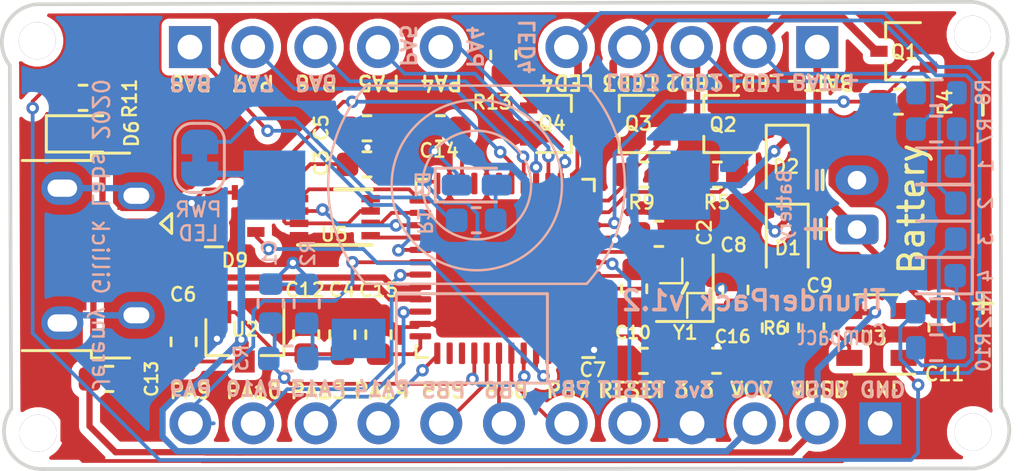
<source format=kicad_pcb>
(kicad_pcb (version 20171130) (host pcbnew "(5.1.8-0-10_14)")
  (layers (0 F.Cu signal) (31 B.Cu signal) (34 B.Paste user) (35 F.Paste user) (36 B.SilkS user) (37 F.SilkS user) (38 B.Mask user) (39 F.Mask user) (44 Edge.Cuts user))
  (net 0 "")
  (net 1 GND)
  (net 2 /BUTTON)
  (net 3 +3V3)
  (net 4 /VIN)
  (net 5 /VUSB)
  (net 6 +BATT)
  (net 7 "Net-(C14-Pad1)")
  (net 8 "Net-(D3-Pad2)")
  (net 9 "Net-(D6-Pad1)")
  (net 10 /PA4)
  (net 11 /PA5)
  (net 12 /PA6)
  (net 13 /PA7)
  (net 14 /PA8)
  (net 15 /USB_D+)
  (net 16 /USB_D-)
  (net 17 /RESET)
  (net 18 /PB7)
  (net 19 /PB6)
  (net 20 /PB5)
  (net 21 /PA14)
  (net 22 /PA13)
  (net 23 "Net-(R6-Pad1)")
  (net 24 "Net-(R11-Pad2)")
  (net 25 /FLASH_MOSI)
  (net 26 /FLASH_MISO)
  (net 27 /FLASH_SCK)
  (net 28 "Net-(C8-Pad1)")
  (net 29 "Net-(C10-Pad1)")
  (net 30 /FLASH_CSEL)
  (net 31 "Net-(R2-Pad1)")
  (net 32 /RGB_SDI)
  (net 33 /RGB_CKI)
  (net 34 "Net-(J6-Pad5)")
  (net 35 "Net-(J6-Pad4)")
  (net 36 "Net-(J6-Pad3)")
  (net 37 "Net-(J6-Pad2)")
  (net 38 /PA10)
  (net 39 /PA9)
  (net 40 /LED1)
  (net 41 /LED2)
  (net 42 /LED3)
  (net 43 /LED4)
  (net 44 "Net-(D1-Pad1)")
  (net 45 "Net-(JP1-Pad2)")
  (net 46 "Net-(D4-Pad1)")
  (net 47 "Net-(D5-Pad1)")
  (net 48 "Net-(D7-Pad1)")
  (net 49 "Net-(D8-Pad1)")
  (module "Jeremy LEDs:LED-APA102-2020" (layer F.Cu) (at 134.7 98.15)
    (fp_text reference D9 (at 0 1.95) (layer F.SilkS) (effects (font (size 0.55 0.55) (thickness 0.1))))
    (fp_text value APA102-2020)
    (pad 6 smd rect (at 0 0.8 90) (size 0.6 0.25) (layers F.Cu F.Paste F.Mask) (net 1 GND))
    (pad 1 smd rect (at 0 -0.8 90) (size 0.6 0.25) (layers F.Cu F.Paste F.Mask) (net 3 +3V3))
    (pad 6 smd rect (at 0.85 -0.8) (size 0.7 0.4) (layers F.Cu F.Paste F.Mask) (net 1 GND))
    (pad 4 smd rect (at 0.85 0.8) (size 0.7 0.4) (layers F.Cu F.Paste F.Mask) (net 32 /RGB_SDI))
    (pad 5 smd rect (at 0.85 0) (size 0.8 0.35) (layers F.Cu F.Paste F.Mask) (net 33 /RGB_CKI))
    (pad 3 smd rect (at -0.85 0.8) (size 0.7 0.4) (layers F.Cu F.Paste F.Mask))
    (pad 2 smd rect (at -0.85 0) (size 0.8 0.35) (layers F.Cu F.Paste F.Mask))
    (pad 1 smd rect (at -0.85 -0.8) (size 0.7 0.4) (layers F.Cu F.Paste F.Mask) (net 3 +3V3))
  )
  (module Connector_JST:JST_PH_S2B-PH-K_1x02_P2.00mm_Horizontal (layer F.Cu) (at 159.9 98.85 90)
    (fp_text reference J2 hide)
    (fp_text value Battery (at 0.835 2.21 90) (layer F.SilkS))
    (fp_text user + (at 0.01 -1.54 90) (layer F.SilkS))
    (fp_text user - (at 2.01 -1.465 90) (layer F.SilkS))
    (pad 2 thru_hole oval (at 2 0 90) (size 1.2 1.75) (drill 0.75) (layers *.Cu *.Mask) (net 1 GND))
    (pad 1 thru_hole roundrect (at 0 0 90) (size 1.2 1.75) (drill 0.75) (layers *.Cu *.Mask) (roundrect_rratio 0.208333) (net 6 +BATT))
  )
  (module Resistor_SMD:R_0603_1608Metric (layer B.Cu) (at 163.1 102.18 180)
    (fp_text reference R12 (at -1.95 0.11 90) (layer B.SilkS) (effects (font (size 0.55 0.55) (thickness 0.1)) (justify mirror)))
    (fp_text value 330)
    (pad 1 smd roundrect (at -0.825 0 180) (size 0.8 0.95) (layers B.Cu B.Paste B.Mask) (net 49 "Net-(D8-Pad1)"))
    (pad 2 smd roundrect (at 0.825 0 180) (size 0.8 0.95) (layers B.Cu B.Paste B.Mask) (net 34 "Net-(J6-Pad5)"))
  )
  (module Resistor_SMD:R_0603_1608Metric (layer B.Cu) (at 163.11 103.64 180)
    (fp_text reference R10 (at -1.91 -0.18 90) (layer B.SilkS) (effects (font (size 0.55 0.55) (thickness 0.1)) (justify mirror)))
    (fp_text value 330)
    (pad 1 smd roundrect (at -0.825 0 180) (size 0.8 0.95) (layers B.Cu B.Paste B.Mask) (net 48 "Net-(D7-Pad1)"))
    (pad 2 smd roundrect (at 0.825 0 180) (size 0.8 0.95) (layers B.Cu B.Paste B.Mask) (net 35 "Net-(J6-Pad4)"))
  )
  (module Resistor_SMD:R_0603_1608Metric (layer B.Cu) (at 163.12 93.31 180)
    (fp_text reference R8 (at -1.89 0.02 90) (layer B.SilkS) (effects (font (size 0.55 0.55) (thickness 0.1)) (justify mirror)))
    (fp_text value 330)
    (pad 1 smd roundrect (at -0.825 0 180) (size 0.8 0.95) (layers B.Cu B.Paste B.Mask) (net 47 "Net-(D5-Pad1)"))
    (pad 2 smd roundrect (at 0.825 0 180) (size 0.8 0.95) (layers B.Cu B.Paste B.Mask) (net 36 "Net-(J6-Pad3)"))
  )
  (module Resistor_SMD:R_0603_1608Metric (layer B.Cu) (at 163.11 94.78 180)
    (fp_text reference R7 (at -1.98 -0.08 90 unlocked) (layer B.SilkS) (effects (font (size 0.55 0.55) (thickness 0.1)) (justify mirror)))
    (fp_text value 330)
    (pad 1 smd roundrect (at -0.825 0 180) (size 0.8 0.95) (layers B.Cu B.Paste B.Mask) (net 46 "Net-(D4-Pad1)"))
    (pad 2 smd roundrect (at 0.825 0 180) (size 0.8 0.95) (layers B.Cu B.Paste B.Mask) (net 37 "Net-(J6-Pad2)"))
  )
  (module LED_SMD:LED_0603_1608Metric (layer B.Cu) (at 163.09 100.72 180)
    (fp_text reference 4 (at -2.035 0 90) (layer B.SilkS) (effects (font (size 0.55 0.55) (thickness 0.1)) (justify mirror)))
    (fp_text value LED)
    (pad 1 smd roundrect (at -0.7875 0 180) (size 0.875 0.95) (layers B.Cu B.Paste B.Mask) (net 49 "Net-(D8-Pad1)"))
    (pad 2 smd roundrect (at 0.7875 0 180) (size 0.875 0.95) (layers B.Cu B.Paste B.Mask) (net 3 +3V3))
  )
  (module LED_SMD:LED_0603_1608Metric (layer B.Cu) (at 163.11 99.24 180)
    (fp_text reference 3 (at -2.015 0 90) (layer B.SilkS) (effects (font (size 0.55 0.55) (thickness 0.1)) (justify mirror)))
    (fp_text value LED)
    (pad 1 smd roundrect (at -0.7875 0 180) (size 0.875 0.95) (layers B.Cu B.Paste B.Mask) (net 48 "Net-(D7-Pad1)"))
    (pad 2 smd roundrect (at 0.7875 0 180) (size 0.875 0.95) (layers B.Cu B.Paste B.Mask) (net 3 +3V3))
  )
  (module LED_SMD:LED_0603_1608Metric (layer B.Cu) (at 163.11 97.78 180)
    (fp_text reference 2 (at -2.005 0 90) (layer B.SilkS) (effects (font (size 0.55 0.55) (thickness 0.1)) (justify mirror)))
    (fp_text value LED)
    (pad 1 smd roundrect (at -0.7875 0 180) (size 0.875 0.95) (layers B.Cu B.Paste B.Mask) (net 47 "Net-(D5-Pad1)"))
    (pad 2 smd roundrect (at 0.7875 0 180) (size 0.875 0.95) (layers B.Cu B.Paste B.Mask) (net 3 +3V3))
  )
  (module LED_SMD:LED_0603_1608Metric (layer B.Cu) (at 163.1 96.28 180)
    (fp_text reference 1 (at -2.035 0.01 270) (layer B.SilkS) (effects (font (size 0.55 0.55) (thickness 0.1)) (justify mirror)))
    (fp_text value LED)
    (pad 1 smd roundrect (at -0.7875 0 180) (size 0.875 0.95) (layers B.Cu B.Paste B.Mask) (net 46 "Net-(D4-Pad1)"))
    (pad 2 smd roundrect (at 0.7875 0 180) (size 0.875 0.95) (layers B.Cu B.Paste B.Mask) (net 3 +3V3))
  )
  (module "Jeremy Button/Switch:SW_KAN-15_SMD" (layer B.Cu) (at 144.5 97.05 180)
    (fp_text reference SW2 hide)
    (fp_text value Power)
    (pad 2 smd rect (at 8.2 0 180) (size 2.5 2.8) (layers B.Cu B.Paste B.Mask) (net 4 /VIN))
    (pad 1 smd rect (at -8.2 0 180) (size 2.5 2.8) (layers B.Cu B.Paste B.Mask) (net 44 "Net-(D1-Pad1)"))
  )
  (module Jumper:SolderJumper-2_P1.3mm_Bridged_RoundedPad1.0x1.5mm (layer B.Cu) (at 133.275 95.95 90)
    (fp_text reference JP1 hide)
    (fp_text value Jumper hide)
    (fp_poly (pts (xy 0.25 0.3) (xy -0.25 0.3) (xy -0.25 -0.3) (xy 0.25 -0.3)) (layer B.Cu) (width 0))
    (pad 1 smd custom (at -0.65 0 90) (size 1 0.5) (layers B.Cu B.Mask) (net 4 /VIN) (options (clearance outline) (anchor rect)) (primitives (gr_circle (center 0 -0.25) (end 0.5 -0.25) (width 0)) (gr_circle (center 0 0.25) (end 0.5 0.25) (width 0)) (gr_poly (pts (xy 0 0.75) (xy 0.5 0.75) (xy 0.5 -0.75) (xy 0 -0.75)) (width 0))))
    (pad 2 smd custom (at 0.65 0 90) (size 1 0.5) (layers B.Cu B.Mask) (net 45 "Net-(JP1-Pad2)") (options (clearance outline) (anchor rect)) (primitives (gr_circle (center 0 -0.25) (end 0.5 -0.25) (width 0)) (gr_circle (center 0 0.25) (end 0.5 0.25) (width 0)) (gr_poly (pts (xy 0 0.75) (xy -0.5 0.75) (xy -0.5 -0.75) (xy 0 -0.75)) (width 0))))
  )
  (module Diode_SMD:D_SOD-323 (layer F.Cu) (at 157.075 99.325 270)
    (fp_text reference D1 (at 0.275 -0.025 180) (layer F.SilkS) (effects (font (size 0.55 0.55) (thickness 0.1))))
    (fp_text value 20V2A)
    (pad 2 smd rect (at 1.05 0 270) (size 0.6 0.45) (layers F.Cu F.Paste F.Mask) (net 5 /VUSB))
    (pad 1 smd rect (at -1.05 0 270) (size 0.6 0.45) (layers F.Cu F.Paste F.Mask) (net 44 "Net-(D1-Pad1)"))
  )
  (module Diode_SMD:D_SOD-323 (layer F.Cu) (at 157.075 96.125 270)
    (fp_text reference D2 (at 0.175 0.05 180) (layer F.SilkS) (effects (font (size 0.55 0.55) (thickness 0.1))))
    (fp_text value 20V2A)
    (pad 2 smd rect (at 1.05 0 270) (size 0.6 0.45) (layers F.Cu F.Paste F.Mask) (net 6 +BATT))
    (pad 1 smd rect (at -1.05 0 270) (size 0.6 0.45) (layers F.Cu F.Paste F.Mask) (net 44 "Net-(D1-Pad1)"))
  )
  (module Button_Switch_SMD:SW_SPST_FSMSM (layer B.Cu) (at 144.3 103.26 180)
    (fp_text reference SW1 hide)
    (fp_text value Mode)
    (pad 2 smd rect (at 4.59 0 180) (size 2.18 1.6) (layers B.Cu B.Paste B.Mask) (net 31 "Net-(R2-Pad1)"))
    (pad 1 smd rect (at -4.59 0 180) (size 2.18 1.6) (layers B.Cu B.Paste B.Mask) (net 3 +3V3))
  )
  (module Jeremy:1.5mm-Hole (layer F.Cu) (at 126.725 107.1)
    (fp_text reference REF** hide)
    (fp_text value 1.5mm-Hole)
    (pad "" thru_hole circle (at 0 0) (size 1.5 1.5) (drill 1.5) (layers *.Cu *.Mask))
  )
  (module Jeremy:1.5mm-Hole (layer F.Cu) (at 164.595 107.055)
    (fp_text reference REF** hide)
    (fp_text value 1.5mm-Hole)
    (pad "" thru_hole circle (at 0 0) (size 1.5 1.5) (drill 1.5) (layers *.Cu *.Mask))
  )
  (module Jeremy:1.5mm-Hole (layer F.Cu) (at 126.7 91.2)
    (fp_text reference REF** hide)
    (fp_text value 1.5mm-Hole)
    (pad "" thru_hole circle (at 0 0) (size 1.5 1.5) (drill 1.5) (layers *.Cu *.Mask))
  )
  (module Jeremy:1.5mm-Hole (layer F.Cu) (at 164.58 90.94)
    (fp_text reference REF** hide)
    (fp_text value 1.5mm-Hole)
    (pad "" thru_hole circle (at 0 0) (size 1.5 1.5) (drill 1.5) (layers *.Cu *.Mask))
  )
  (module Package_DFN_QFN:DFN-8-1EP_3x2mm_P0.5mm_EP1.3x1.5mm (layer F.Cu) (at 138.75 98.35)
    (fp_text reference U5 (at -0.025 0.7 180) (layer F.SilkS) (effects (font (size 0.55 0.55) (thickness 0.1))))
    (fp_text value GD25Q16CEIGR)
    (pad 8 smd rect (at 1.45 -0.75) (size 0.75 0.3) (layers F.Cu F.Paste F.Mask) (net 3 +3V3))
    (pad 7 smd rect (at 1.45 -0.25) (size 0.75 0.3) (layers F.Cu F.Paste F.Mask) (net 3 +3V3))
    (pad 6 smd rect (at 1.45 0.25) (size 0.75 0.3) (layers F.Cu F.Paste F.Mask) (net 27 /FLASH_SCK))
    (pad 5 smd rect (at 1.45 0.75) (size 0.75 0.3) (layers F.Cu F.Paste F.Mask) (net 25 /FLASH_MOSI))
    (pad 4 smd rect (at -1.45 0.75) (size 0.75 0.3) (layers F.Cu F.Paste F.Mask) (net 1 GND))
    (pad 3 smd rect (at -1.45 0.25) (size 0.75 0.3) (layers F.Cu F.Paste F.Mask) (net 3 +3V3))
    (pad 2 smd rect (at -1.45 -0.25) (size 0.75 0.3) (layers F.Cu F.Paste F.Mask) (net 26 /FLASH_MISO))
    (pad 1 smd rect (at -1.45 -0.75) (size 0.75 0.3) (layers F.Cu F.Paste F.Mask) (net 30 /FLASH_CSEL))
  )
  (module Jeremy:QFN-48-1EP_7x7mm_P0.5mm_EP5.6x5.6mm (layer F.Cu) (at 145.65 100.425 180)
    (fp_text reference U1 hide)
    (fp_text value STM32F411CE)
    (pad 48 smd roundrect (at -2.75 -3.4375 180) (size 0.25 0.875) (layers F.Cu F.Paste F.Mask) (net 3 +3V3))
    (pad 47 smd roundrect (at -2.25 -3.4375 180) (size 0.25 0.875) (layers F.Cu F.Paste F.Mask) (net 1 GND))
    (pad 46 smd roundrect (at -1.75 -3.4375 180) (size 0.25 0.875) (layers F.Cu F.Paste F.Mask))
    (pad 45 smd roundrect (at -1.25 -3.4375 180) (size 0.25 0.875) (layers F.Cu F.Paste F.Mask) (net 32 /RGB_SDI))
    (pad 44 smd roundrect (at -0.75 -3.4375 180) (size 0.25 0.875) (layers F.Cu F.Paste F.Mask) (net 2 /BUTTON))
    (pad 43 smd roundrect (at -0.25 -3.4375 180) (size 0.25 0.875) (layers F.Cu F.Paste F.Mask) (net 18 /PB7))
    (pad 42 smd roundrect (at 0.25 -3.4375 180) (size 0.25 0.875) (layers F.Cu F.Paste F.Mask) (net 19 /PB6))
    (pad 41 smd roundrect (at 0.75 -3.4375 180) (size 0.25 0.875) (layers F.Cu F.Paste F.Mask) (net 20 /PB5))
    (pad 40 smd roundrect (at 1.25 -3.4375 180) (size 0.25 0.875) (layers F.Cu F.Paste F.Mask) (net 2 /BUTTON))
    (pad 39 smd roundrect (at 1.75 -3.4375 180) (size 0.25 0.875) (layers F.Cu F.Paste F.Mask))
    (pad 38 smd roundrect (at 2.25 -3.4375 180) (size 0.25 0.875) (layers F.Cu F.Paste F.Mask))
    (pad 37 smd roundrect (at 2.75 -3.4375 180) (size 0.25 0.875) (layers F.Cu F.Paste F.Mask) (net 21 /PA14))
    (pad 36 smd roundrect (at 3.4375 -2.75 180) (size 0.875 0.25) (layers F.Cu F.Paste F.Mask) (net 3 +3V3))
    (pad 35 smd roundrect (at 3.4375 -2.25 180) (size 0.875 0.25) (layers F.Cu F.Paste F.Mask) (net 1 GND))
    (pad 34 smd roundrect (at 3.4375 -1.75 180) (size 0.875 0.25) (layers F.Cu F.Paste F.Mask) (net 22 /PA13))
    (pad 33 smd roundrect (at 3.4375 -1.25 180) (size 0.875 0.25) (layers F.Cu F.Paste F.Mask) (net 15 /USB_D+))
    (pad 32 smd roundrect (at 3.4375 -0.75 180) (size 0.875 0.25) (layers F.Cu F.Paste F.Mask) (net 16 /USB_D-))
    (pad 31 smd roundrect (at 3.4375 -0.25 180) (size 0.875 0.25) (layers F.Cu F.Paste F.Mask) (net 38 /PA10))
    (pad 30 smd roundrect (at 3.4375 0.25 180) (size 0.875 0.25) (layers F.Cu F.Paste F.Mask) (net 39 /PA9))
    (pad 29 smd roundrect (at 3.4375 0.75 180) (size 0.875 0.25) (layers F.Cu F.Paste F.Mask) (net 14 /PA8))
    (pad 28 smd roundrect (at 3.4375 1.25 180) (size 0.875 0.25) (layers F.Cu F.Paste F.Mask) (net 25 /FLASH_MOSI))
    (pad 27 smd roundrect (at 3.4375 1.75 180) (size 0.875 0.25) (layers F.Cu F.Paste F.Mask) (net 26 /FLASH_MISO))
    (pad 26 smd roundrect (at 3.4375 2.25 180) (size 0.875 0.25) (layers F.Cu F.Paste F.Mask) (net 27 /FLASH_SCK))
    (pad 25 smd roundrect (at 3.4375 2.75 180) (size 0.875 0.25) (layers F.Cu F.Paste F.Mask) (net 30 /FLASH_CSEL))
    (pad 24 smd roundrect (at 2.75 3.4375 180) (size 0.25 0.875) (layers F.Cu F.Paste F.Mask) (net 3 +3V3))
    (pad 23 smd roundrect (at 2.25 3.4375 180) (size 0.25 0.875) (layers F.Cu F.Paste F.Mask) (net 1 GND))
    (pad 22 smd roundrect (at 1.75 3.4375 180) (size 0.25 0.875) (layers F.Cu F.Paste F.Mask) (net 7 "Net-(C14-Pad1)"))
    (pad 21 smd roundrect (at 1.25 3.4375 180) (size 0.25 0.875) (layers F.Cu F.Paste F.Mask))
    (pad 20 smd roundrect (at 0.75 3.4375 180) (size 0.25 0.875) (layers F.Cu F.Paste F.Mask) (net 1 GND))
    (pad 19 smd roundrect (at 0.25 3.4375 180) (size 0.25 0.875) (layers F.Cu F.Paste F.Mask))
    (pad 18 smd roundrect (at -0.25 3.4375 180) (size 0.25 0.875) (layers F.Cu F.Paste F.Mask) (net 33 /RGB_CKI))
    (pad 17 smd roundrect (at -0.75 3.4375 180) (size 0.25 0.875) (layers F.Cu F.Paste F.Mask) (net 13 /PA7))
    (pad 16 smd roundrect (at -1.25 3.4375 180) (size 0.25 0.875) (layers F.Cu F.Paste F.Mask) (net 12 /PA6))
    (pad 15 smd roundrect (at -1.75 3.4375 180) (size 0.25 0.875) (layers F.Cu F.Paste F.Mask) (net 11 /PA5))
    (pad 14 smd roundrect (at -2.25 3.4375 180) (size 0.25 0.875) (layers F.Cu F.Paste F.Mask) (net 10 /PA4))
    (pad 13 smd roundrect (at -2.75 3.4375 180) (size 0.25 0.875) (layers F.Cu F.Paste F.Mask) (net 43 /LED4))
    (pad 12 smd roundrect (at -3.4375 2.75 180) (size 0.875 0.25) (layers F.Cu F.Paste F.Mask) (net 42 /LED3))
    (pad 11 smd roundrect (at -3.4375 2.25 180) (size 0.875 0.25) (layers F.Cu F.Paste F.Mask) (net 41 /LED2))
    (pad 10 smd roundrect (at -3.4375 1.75 180) (size 0.875 0.25) (layers F.Cu F.Paste F.Mask) (net 40 /LED1))
    (pad 9 smd roundrect (at -3.4375 1.25 180) (size 0.875 0.25) (layers F.Cu F.Paste F.Mask) (net 3 +3V3))
    (pad 8 smd roundrect (at -3.4375 0.75 180) (size 0.875 0.25) (layers F.Cu F.Paste F.Mask) (net 1 GND))
    (pad 7 smd roundrect (at -3.4375 0.25 180) (size 0.875 0.25) (layers F.Cu F.Paste F.Mask) (net 17 /RESET))
    (pad 6 smd roundrect (at -3.4375 -0.25 180) (size 0.875 0.25) (layers F.Cu F.Paste F.Mask) (net 29 "Net-(C10-Pad1)"))
    (pad 5 smd roundrect (at -3.4375 -0.75 180) (size 0.875 0.25) (layers F.Cu F.Paste F.Mask) (net 28 "Net-(C8-Pad1)"))
    (pad 4 smd roundrect (at -3.4375 -1.25 180) (size 0.875 0.25) (layers F.Cu F.Paste F.Mask))
    (pad 3 smd roundrect (at -3.4375 -1.75 180) (size 0.875 0.25) (layers F.Cu F.Paste F.Mask))
    (pad 2 smd roundrect (at -3.4375 -2.25 180) (size 0.875 0.25) (layers F.Cu F.Paste F.Mask))
    (pad 1 smd roundrect (at -3.4375 -2.75 180) (size 0.875 0.25) (layers F.Cu F.Paste F.Mask) (net 3 +3V3))
    (pad 49 smd roundrect (at 0 0 180) (size 5.6 5.6) (layers F.Cu F.Mask) (roundrect_rratio 0.044643) (net 1 GND))
  )
  (module Connector_PinHeader_2.54mm:PinHeader_1x12_P2.54mm_Vertical (layer F.Cu) (at 160.84 106.7 270)
    (fp_text reference J7 hide)
    (fp_text value GPIO)
    (pad 1 thru_hole rect (at 0 0 270) (size 1.7 1.7) (drill 1) (layers *.Cu *.Mask) (net 1 GND))
    (pad 2 thru_hole oval (at 0 2.54 270) (size 1.7 1.7) (drill 1) (layers *.Cu *.Mask) (net 5 /VUSB))
    (pad 3 thru_hole oval (at 0 5.08 270) (size 1.7 1.7) (drill 1) (layers *.Cu *.Mask) (net 4 /VIN))
    (pad 4 thru_hole oval (at 0 7.62 270) (size 1.7 1.7) (drill 1) (layers *.Cu *.Mask) (net 3 +3V3))
    (pad 5 thru_hole oval (at 0 10.16 270) (size 1.7 1.7) (drill 1) (layers *.Cu *.Mask) (net 17 /RESET))
    (pad 6 thru_hole oval (at 0 12.7 270) (size 1.7 1.7) (drill 1) (layers *.Cu *.Mask) (net 18 /PB7))
    (pad 7 thru_hole oval (at 0 15.24 270) (size 1.7 1.7) (drill 1) (layers *.Cu *.Mask) (net 19 /PB6))
    (pad 8 thru_hole oval (at 0 17.78 270) (size 1.7 1.7) (drill 1) (layers *.Cu *.Mask) (net 20 /PB5))
    (pad 9 thru_hole oval (at 0 20.32 270) (size 1.7 1.7) (drill 1) (layers *.Cu *.Mask) (net 21 /PA14))
    (pad 10 thru_hole oval (at 0 22.86 270) (size 1.7 1.7) (drill 1) (layers *.Cu *.Mask) (net 22 /PA13))
    (pad 11 thru_hole oval (at 0 25.4 270) (size 1.7 1.7) (drill 1) (layers *.Cu *.Mask) (net 38 /PA10))
    (pad 12 thru_hole oval (at 0 27.94 270) (size 1.7 1.7) (drill 1) (layers *.Cu *.Mask) (net 39 /PA9))
  )
  (module Connector_PinHeader_2.54mm:PinHeader_1x05_P2.54mm_Vertical (layer F.Cu) (at 158.29 91.46 270)
    (fp_text reference J6 hide)
    (fp_text value LEDs)
    (pad 5 thru_hole oval (at 0 10.16 270) (size 1.7 1.7) (drill 1) (layers *.Cu *.Mask) (net 34 "Net-(J6-Pad5)"))
    (pad 4 thru_hole oval (at 0 7.62 270) (size 1.7 1.7) (drill 1) (layers *.Cu *.Mask) (net 35 "Net-(J6-Pad4)"))
    (pad 3 thru_hole oval (at 0 5.08 270) (size 1.7 1.7) (drill 1) (layers *.Cu *.Mask) (net 36 "Net-(J6-Pad3)"))
    (pad 2 thru_hole oval (at 0 2.54 270) (size 1.7 1.7) (drill 1) (layers *.Cu *.Mask) (net 37 "Net-(J6-Pad2)"))
    (pad 1 thru_hole rect (at 0 0 270) (size 1.7 1.7) (drill 1) (layers *.Cu *.Mask) (net 6 +BATT))
  )
  (module Package_TO_SOT_SMD:SOT-323_SC-70 (layer F.Cu) (at 154.425 94.575 180)
    (fp_text reference Q2 (at -0.05 -0.03) (layer F.SilkS) (effects (font (size 0.55 0.55) (thickness 0.1))))
    (fp_text value BSS806N)
    (pad 3 smd rect (at 1 0 90) (size 0.45 0.7) (layers F.Cu F.Paste F.Mask) (net 36 "Net-(J6-Pad3)"))
    (pad 2 smd rect (at -1 0.65 90) (size 0.45 0.7) (layers F.Cu F.Paste F.Mask) (net 1 GND))
    (pad 1 smd rect (at -1 -0.65 90) (size 0.45 0.7) (layers F.Cu F.Paste F.Mask) (net 41 /LED2))
  )
  (module Resistor_SMD:R_0603_1608Metric (layer F.Cu) (at 145.575 91.775 90)
    (fp_text reference R13 (at -1.925 -0.45) (layer F.SilkS) (effects (font (size 0.55 0.55) (thickness 0.1))))
    (fp_text value 20k)
    (pad 2 smd roundrect (at 0.7875 0 90) (size 0.875 0.95) (layers F.Cu F.Paste F.Mask) (net 1 GND))
    (pad 1 smd roundrect (at -0.7875 0 90) (size 0.875 0.95) (layers F.Cu F.Paste F.Mask) (net 43 /LED4))
  )
  (module Resistor_SMD:R_0603_1608Metric (layer F.Cu) (at 151.275 96.625)
    (fp_text reference R9 (at -0.1 1.125 180) (layer F.SilkS) (effects (font (size 0.55 0.55) (thickness 0.1))))
    (fp_text value 20k)
    (pad 2 smd roundrect (at 0.7875 0) (size 0.875 0.95) (layers F.Cu F.Paste F.Mask) (net 1 GND))
    (pad 1 smd roundrect (at -0.7875 0) (size 0.875 0.95) (layers F.Cu F.Paste F.Mask) (net 42 /LED3))
  )
  (module Resistor_SMD:R_0603_1608Metric (layer F.Cu) (at 154.245 96.625 180)
    (fp_text reference R5 (at 0.02 -1.125) (layer F.SilkS) (effects (font (size 0.55 0.55) (thickness 0.1))))
    (fp_text value 20k)
    (pad 2 smd roundrect (at 0.7875 0 180) (size 0.875 0.95) (layers F.Cu F.Paste F.Mask) (net 1 GND))
    (pad 1 smd roundrect (at -0.7875 0 180) (size 0.875 0.95) (layers F.Cu F.Paste F.Mask) (net 41 /LED2))
  )
  (module Resistor_SMD:R_0603_1608Metric (layer F.Cu) (at 161.58 93.67)
    (fp_text reference R4 (at 1.895 0.03 270) (layer F.SilkS) (effects (font (size 0.55 0.55) (thickness 0.1))))
    (fp_text value 20k)
    (pad 2 smd roundrect (at 0.7875 0) (size 0.875 0.95) (layers F.Cu F.Paste F.Mask) (net 1 GND))
    (pad 1 smd roundrect (at -0.7875 0) (size 0.875 0.95) (layers F.Cu F.Paste F.Mask) (net 40 /LED1))
  )
  (module Package_TO_SOT_SMD:SOT-323_SC-70 (layer F.Cu) (at 147.6 94.575)
    (fp_text reference Q4 (at -0.05 -0.03) (layer F.SilkS) (effects (font (size 0.55 0.55) (thickness 0.1))))
    (fp_text value BSS806N)
    (pad 3 smd rect (at 1 0 270) (size 0.45 0.7) (layers F.Cu F.Paste F.Mask) (net 34 "Net-(J6-Pad5)"))
    (pad 2 smd rect (at -1 0.65 270) (size 0.45 0.7) (layers F.Cu F.Paste F.Mask) (net 1 GND))
    (pad 1 smd rect (at -1 -0.65 270) (size 0.45 0.7) (layers F.Cu F.Paste F.Mask) (net 43 /LED4))
  )
  (module Package_TO_SOT_SMD:SOT-323_SC-70 (layer F.Cu) (at 151 94.575 180)
    (fp_text reference Q3 (at -0.05 0.02) (layer F.SilkS) (effects (font (size 0.55 0.55) (thickness 0.1))))
    (fp_text value BSS806N)
    (pad 3 smd rect (at 1 0 90) (size 0.45 0.7) (layers F.Cu F.Paste F.Mask) (net 35 "Net-(J6-Pad4)"))
    (pad 2 smd rect (at -1 0.65 90) (size 0.45 0.7) (layers F.Cu F.Paste F.Mask) (net 1 GND))
    (pad 1 smd rect (at -1 -0.65 90) (size 0.45 0.7) (layers F.Cu F.Paste F.Mask) (net 42 /LED3))
  )
  (module Package_TO_SOT_SMD:SOT-323_SC-70 (layer F.Cu) (at 161.79 91.63 180)
    (fp_text reference Q1 (at -0.03 -0.03) (layer F.SilkS) (effects (font (size 0.55 0.55) (thickness 0.1))))
    (fp_text value BSS806N)
    (pad 3 smd rect (at 1 0 90) (size 0.45 0.7) (layers F.Cu F.Paste F.Mask) (net 37 "Net-(J6-Pad2)"))
    (pad 2 smd rect (at -1 0.65 90) (size 0.45 0.7) (layers F.Cu F.Paste F.Mask) (net 1 GND))
    (pad 1 smd rect (at -1 -0.65 90) (size 0.45 0.7) (layers F.Cu F.Paste F.Mask) (net 40 /LED1))
  )
  (module Resistor_SMD:R_0603_1608Metric (layer B.Cu) (at 136.86 104.075 180)
    (fp_text reference R3 (at 1.91 0.025 90) (layer B.SilkS) (effects (font (size 0.55 0.55) (thickness 0.1)) (justify mirror)))
    (fp_text value 330 hide)
    (pad 2 smd roundrect (at 0.7875 0 180) (size 0.875 0.95) (layers B.Cu B.Paste B.Mask) (net 2 /BUTTON))
    (pad 1 smd roundrect (at -0.7875 0 180) (size 0.875 0.95) (layers B.Cu B.Paste B.Mask) (net 31 "Net-(R2-Pad1)"))
  )
  (module Capacitor_SMD:C_0603_1608Metric (layer B.Cu) (at 136.15 101.85 90)
    (fp_text reference C1 (at 2.05 -0.05 90) (layer B.SilkS) (effects (font (size 0.55 0.55) (thickness 0.1)) (justify mirror)))
    (fp_text value 100nF hide)
    (pad 2 smd roundrect (at 0.7875 0 90) (size 0.875 0.95) (layers B.Cu B.Paste B.Mask) (net 1 GND))
    (pad 1 smd roundrect (at -0.7875 0 90) (size 0.875 0.95) (layers B.Cu B.Paste B.Mask) (net 2 /BUTTON))
  )
  (module Resistor_SMD:R_0603_1608Metric (layer B.Cu) (at 137.61 101.86 90)
    (fp_text reference R2 (at 2.05 0.05 90) (layer B.SilkS) (effects (font (size 0.55 0.55) (thickness 0.1)) (justify mirror)))
    (fp_text value 20k)
    (pad 1 smd roundrect (at -0.7875 0 90) (size 0.875 0.95) (layers B.Cu B.Paste B.Mask) (net 31 "Net-(R2-Pad1)"))
    (pad 2 smd roundrect (at 0.7875 0 90) (size 0.875 0.95) (layers B.Cu B.Paste B.Mask) (net 1 GND))
  )
  (module Package_TO_SOT_SMD:SOT-23-5 (layer F.Cu) (at 160.69 103.1 180)
    (fp_text reference U3 (at 0.125 -0.15) (layer F.SilkS) (effects (font (size 0.55 0.55) (thickness 0.1))))
    (fp_text value MCP73831T-2ACI_OT)
    (pad 5 smd rect (at 1.1 -0.95 180) (size 1.06 0.65) (layers F.Cu F.Paste F.Mask) (net 23 "Net-(R6-Pad1)"))
    (pad 4 smd rect (at 1.1 0.95 180) (size 1.06 0.65) (layers F.Cu F.Paste F.Mask) (net 5 /VUSB))
    (pad 3 smd rect (at -1.1 0.95 180) (size 1.06 0.65) (layers F.Cu F.Paste F.Mask) (net 6 +BATT))
    (pad 2 smd rect (at -1.1 0 180) (size 1.06 0.65) (layers F.Cu F.Paste F.Mask) (net 1 GND))
    (pad 1 smd rect (at -1.1 -0.95 180) (size 1.06 0.65) (layers F.Cu F.Paste F.Mask) (net 24 "Net-(R11-Pad2)"))
  )
  (module Resistor_SMD:R_0603_1608Metric (layer F.Cu) (at 128.55 93.515)
    (fp_text reference R11 (at 1.89 0.03 270) (layer F.SilkS) (effects (font (size 0.55 0.55) (thickness 0.1))))
    (fp_text value 330)
    (pad 2 smd roundrect (at 0.7875 0) (size 0.875 0.95) (layers F.Cu F.Paste F.Mask) (net 24 "Net-(R11-Pad2)"))
    (pad 1 smd roundrect (at -0.7875 0) (size 0.875 0.95) (layers F.Cu F.Paste F.Mask) (net 9 "Net-(D6-Pad1)"))
  )
  (module Resistor_SMD:R_0603_1608Metric (layer F.Cu) (at 156.575 102.825 270)
    (fp_text reference R6 (at 0.02 -0.01) (layer F.SilkS) (effects (font (size 0.5 0.5) (thickness 0.1))))
    (fp_text value 2k)
    (pad 2 smd roundrect (at 0.7875 0 270) (size 0.875 0.95) (layers F.Cu F.Paste F.Mask) (net 1 GND))
    (pad 1 smd roundrect (at -0.7875 0 270) (size 0.875 0.95) (layers F.Cu F.Paste F.Mask) (net 23 "Net-(R6-Pad1)"))
  )
  (module LED_SMD:LED_0603_1608Metric (layer F.Cu) (at 128.55 94.975)
    (fp_text reference D6 (at 1.97 0 270) (layer F.SilkS) (effects (font (size 0.55 0.55) (thickness 0.1))))
    (fp_text value LED)
    (pad 2 smd roundrect (at 0.7875 0) (size 0.875 0.95) (layers F.Cu F.Paste F.Mask) (net 5 /VUSB))
    (pad 1 smd roundrect (at -0.7875 0) (size 0.875 0.95) (layers F.Cu F.Paste F.Mask) (net 9 "Net-(D6-Pad1)"))
  )
  (module Capacitor_SMD:C_0603_1608Metric (layer F.Cu) (at 163.325 102.805 270)
    (fp_text reference C11 (at 1.9 -0.125 180) (layer F.SilkS) (effects (font (size 0.55 0.55) (thickness 0.1))))
    (fp_text value 4.7uF)
    (pad 2 smd roundrect (at 0.7875 0 270) (size 0.875 0.95) (layers F.Cu F.Paste F.Mask) (net 1 GND))
    (pad 1 smd roundrect (at -0.7875 0 270) (size 0.875 0.95) (layers F.Cu F.Paste F.Mask) (net 6 +BATT))
  )
  (module Capacitor_SMD:C_0603_1608Metric (layer F.Cu) (at 158.05 102.825 270)
    (fp_text reference C9 (at -1.705 -0.335) (layer F.SilkS) (effects (font (size 0.55 0.55) (thickness 0.1))))
    (fp_text value 4.7uF)
    (pad 2 smd roundrect (at 0.7875 0 270) (size 0.875 0.95) (layers F.Cu F.Paste F.Mask) (net 1 GND))
    (pad 1 smd roundrect (at -0.7875 0 270) (size 0.875 0.95) (layers F.Cu F.Paste F.Mask) (net 5 /VUSB))
  )
  (module Connector_PinHeader_2.54mm:PinHeader_1x05_P2.54mm_Vertical (layer F.Cu) (at 132.88 91.46 90)
    (fp_text reference J3 hide)
    (fp_text value GPIO)
    (pad 5 thru_hole oval (at 0 10.16 90) (size 1.7 1.7) (drill 1) (layers *.Cu *.Mask) (net 10 /PA4))
    (pad 4 thru_hole oval (at 0 7.62 90) (size 1.7 1.7) (drill 1) (layers *.Cu *.Mask) (net 11 /PA5))
    (pad 3 thru_hole oval (at 0 5.08 90) (size 1.7 1.7) (drill 1) (layers *.Cu *.Mask) (net 12 /PA6))
    (pad 2 thru_hole oval (at 0 2.54 90) (size 1.7 1.7) (drill 1) (layers *.Cu *.Mask) (net 13 /PA7))
    (pad 1 thru_hole rect (at 0 0 90) (size 1.7 1.7) (drill 1) (layers *.Cu *.Mask) (net 14 /PA8))
  )
  (module LED_SMD:LED_0603_1608Metric_Castellated (layer B.Cu) (at 144.5 97.05)
    (fp_text reference D3 (at -2.17 -0.02 -90) (layer B.SilkS) (effects (font (size 0.55 0.55) (thickness 0.1)) (justify mirror)))
    (fp_text value LED hide)
    (pad 2 smd roundrect (at 0.8125 0) (size 1.225 0.85) (layers B.Cu B.Paste B.Mask) (net 8 "Net-(D3-Pad2)"))
    (pad 1 smd roundrect (at -0.8125 0) (size 1.225 0.85) (layers B.Cu B.Paste B.Mask) (net 1 GND))
  )
  (module Capacitor_SMD:C_0603_1608Metric (layer F.Cu) (at 139.055 103.11 90)
    (fp_text reference C4 (at 1.81 -0.015 180) (layer F.SilkS) (effects (font (size 0.55 0.55) (thickness 0.1))))
    (fp_text value 100nF)
    (pad 2 smd roundrect (at 0.7875 0 90) (size 0.875 0.95) (layers F.Cu F.Paste F.Mask) (net 1 GND))
    (pad 1 smd roundrect (at -0.7875 0 90) (size 0.875 0.95) (layers F.Cu F.Paste F.Mask) (net 3 +3V3))
  )
  (module Capacitor_SMD:C_0603_1608Metric (layer F.Cu) (at 137.59 103.11 90)
    (fp_text reference C12 (at 1.81 -0.05) (layer F.SilkS) (effects (font (size 0.55 0.55) (thickness 0.1))))
    (fp_text value 2.2uF)
    (pad 2 smd roundrect (at 0.7875 0 90) (size 0.875 0.95) (layers F.Cu F.Paste F.Mask) (net 1 GND))
    (pad 1 smd roundrect (at -0.7875 0 90) (size 0.875 0.95) (layers F.Cu F.Paste F.Mask) (net 3 +3V3))
  )
  (module Crystal:Crystal_SMD_2016-4Pin_2.0x1.6mm (layer F.Cu) (at 152.925 101.225 90)
    (fp_text reference Y1 (at -1.8 0.025) (layer F.SilkS) (effects (font (size 0.55 0.55) (thickness 0.1))))
    (fp_text value 24Mhz)
    (pad 4 smd rect (at -0.7 -0.55 90) (size 0.9 0.8) (layers F.Cu F.Paste F.Mask))
    (pad 3 smd rect (at 0.7 -0.55 90) (size 0.9 0.8) (layers F.Cu F.Paste F.Mask) (net 29 "Net-(C10-Pad1)"))
    (pad 2 smd rect (at 0.7 0.55 90) (size 0.9 0.8) (layers F.Cu F.Paste F.Mask) (net 1 GND))
    (pad 1 smd rect (at -0.7 0.55 90) (size 0.9 0.8) (layers F.Cu F.Paste F.Mask) (net 28 "Net-(C8-Pad1)"))
  )
  (module Package_TO_SOT_SMD:SOT-23 (layer F.Cu) (at 135.105 103.195 270)
    (fp_text reference U2 (at -0.3 0 180) (layer F.SilkS) (effects (font (size 0.55 0.55) (thickness 0.1))))
    (fp_text value AP2210N-3.3TRG1)
    (pad 3 smd rect (at 1 0 270) (size 0.9 0.8) (layers F.Cu F.Paste F.Mask) (net 4 /VIN))
    (pad 2 smd rect (at -1 0.95 270) (size 0.9 0.8) (layers F.Cu F.Paste F.Mask) (net 3 +3V3))
    (pad 1 smd rect (at -1 -0.95 270) (size 0.9 0.8) (layers F.Cu F.Paste F.Mask) (net 1 GND))
  )
  (module Resistor_SMD:R_0603_1608Metric (layer B.Cu) (at 144.475 98.475 180)
    (fp_text reference R1 (at 2.095 -0.045 270 unlocked) (layer B.SilkS) (effects (font (size 0.55 0.55) (thickness 0.1)) (justify mirror)))
    (fp_text value 330 hide)
    (pad 2 smd roundrect (at 0.7875 0 180) (size 0.875 0.95) (layers B.Cu B.Paste B.Mask) (net 45 "Net-(JP1-Pad2)"))
    (pad 1 smd roundrect (at -0.7875 0 180) (size 0.875 0.95) (layers B.Cu B.Paste B.Mask) (net 8 "Net-(D3-Pad2)"))
  )
  (module Jeremy:USB_Micro-B_Amphenol_10103594-0001LF_Horizontal (layer F.Cu) (at 128.825 99.93 270)
    (fp_text reference J4 hide)
    (fp_text value USB_B_Micro)
    (pad 6 smd rect (at 0 1.385) (size 2.5 4.4) (layers F.Cu F.Paste F.Mask) (net 1 GND))
    (pad 6 thru_hole oval (at 2.705 1.115) (size 1.7 1.35) (drill oval 1.2 0.7) (layers *.Cu *.Mask) (net 1 GND))
    (pad 6 thru_hole oval (at -2.755 1.115) (size 1.7 1.35) (drill oval 1.2 0.7) (layers *.Cu *.Mask) (net 1 GND))
    (pad 6 thru_hole oval (at 2.395 -1.885) (size 1.5 1.1) (drill oval 1.05 0.65) (layers *.Cu *.Mask) (net 1 GND))
    (pad 6 thru_hole oval (at -2.445 -1.885) (size 1.5 1.1) (drill oval 1.05 0.65) (layers *.Cu *.Mask) (net 1 GND))
    (pad 5 smd rect (at 1.275 -1.765) (size 1.65 0.4) (layers F.Cu F.Paste F.Mask) (net 1 GND))
    (pad 4 smd rect (at 0.625 -1.765) (size 1.65 0.4) (layers F.Cu F.Paste F.Mask))
    (pad 3 smd rect (at -0.025 -1.765) (size 1.65 0.4) (layers F.Cu F.Paste F.Mask) (net 15 /USB_D+))
    (pad 2 smd rect (at -0.675 -1.765) (size 1.65 0.4) (layers F.Cu F.Paste F.Mask) (net 16 /USB_D-))
    (pad 1 smd rect (at -1.325 -1.765) (size 1.65 0.4) (layers F.Cu F.Paste F.Mask) (net 5 /VUSB))
    (pad 6 smd rect (at 2.875 -1.885 270) (size 2 1.5) (layers F.Cu F.Paste F.Mask) (net 1 GND))
    (pad 6 smd rect (at -2.875 -1.865 270) (size 2 1.5) (layers F.Cu F.Paste F.Mask) (net 1 GND))
  )
  (module Capacitor_SMD:C_0603_1608Metric (layer F.Cu) (at 154.21 104.165)
    (fp_text reference C16 (at 0.655 -0.98 180) (layer F.SilkS) (effects (font (size 0.5 0.5) (thickness 0.1))))
    (fp_text value 100nF)
    (pad 2 smd roundrect (at 0.7875 0) (size 0.875 0.95) (layers F.Cu F.Paste F.Mask) (net 1 GND))
    (pad 1 smd roundrect (at -0.7875 0) (size 0.875 0.95) (layers F.Cu F.Paste F.Mask) (net 3 +3V3))
  )
  (module Capacitor_SMD:C_0603_1608Metric (layer F.Cu) (at 140.515 103.11 90)
    (fp_text reference C15 (at 1.81 0.01 180) (layer F.SilkS) (effects (font (size 0.55 0.55) (thickness 0.1))))
    (fp_text value 100nF)
    (pad 1 smd roundrect (at -0.7875 0 90) (size 0.875 0.95) (layers F.Cu F.Paste F.Mask) (net 3 +3V3))
    (pad 2 smd roundrect (at 0.7875 0 90) (size 0.875 0.95) (layers F.Cu F.Paste F.Mask) (net 1 GND))
  )
  (module Capacitor_SMD:C_0603_1608Metric (layer F.Cu) (at 143.025 94.75 180)
    (fp_text reference C14 (at 0.05 -0.9) (layer F.SilkS) (effects (font (size 0.55 0.55) (thickness 0.1))))
    (fp_text value 4.7uF)
    (pad 2 smd roundrect (at 0.7875 0 180) (size 0.875 0.95) (layers F.Cu F.Paste F.Mask) (net 1 GND))
    (pad 1 smd roundrect (at -0.7875 0 180) (size 0.875 0.95) (layers F.Cu F.Paste F.Mask) (net 7 "Net-(C14-Pad1)"))
  )
  (module Capacitor_SMD:C_0603_1608Metric (layer F.Cu) (at 129.6 104.9 180)
    (fp_text reference C13 (at -1.725 0 270) (layer F.SilkS) (effects (font (size 0.5 0.5) (thickness 0.1))))
    (fp_text value 1uF)
    (pad 1 smd roundrect (at -0.7875 0 180) (size 0.875 0.95) (layers F.Cu F.Paste F.Mask) (net 1 GND))
    (pad 2 smd roundrect (at 0.7875 0 180) (size 0.875 0.95) (layers F.Cu F.Paste F.Mask) (net 5 /VUSB))
  )
  (module Capacitor_SMD:C_0603_1608Metric (layer F.Cu) (at 150.875 101.25 270)
    (fp_text reference C10 (at 1.775 0.05 180) (layer F.SilkS) (effects (font (size 0.5 0.5) (thickness 0.1))))
    (fp_text value 6pF)
    (pad 2 smd roundrect (at 0.7875 0 270) (size 0.875 0.95) (layers F.Cu F.Paste F.Mask) (net 1 GND))
    (pad 1 smd roundrect (at -0.7875 0 270) (size 0.875 0.95) (layers F.Cu F.Paste F.Mask) (net 29 "Net-(C10-Pad1)"))
  )
  (module Capacitor_SMD:C_0603_1608Metric (layer F.Cu) (at 154.975 101.3 90)
    (fp_text reference C8 (at 1.825 -0.075 180) (layer F.SilkS) (effects (font (size 0.55 0.55) (thickness 0.1))))
    (fp_text value 6pF)
    (pad 1 smd roundrect (at -0.7875 0 90) (size 0.875 0.95) (layers F.Cu F.Paste F.Mask) (net 28 "Net-(C8-Pad1)"))
    (pad 2 smd roundrect (at 0.7875 0 90) (size 0.875 0.95) (layers F.Cu F.Paste F.Mask) (net 1 GND))
  )
  (module Capacitor_SMD:C_0603_1608Metric (layer F.Cu) (at 151.25 104.17 180)
    (fp_text reference C7 (at 2.055 -0.365) (layer F.SilkS) (effects (font (size 0.55 0.55) (thickness 0.1))))
    (fp_text value 4.7uF)
    (pad 2 smd roundrect (at 0.7875 0 180) (size 0.875 0.95) (layers F.Cu F.Paste F.Mask) (net 1 GND))
    (pad 1 smd roundrect (at -0.7875 0 180) (size 0.875 0.95) (layers F.Cu F.Paste F.Mask) (net 3 +3V3))
  )
  (module Capacitor_SMD:C_0603_1608Metric (layer F.Cu) (at 132.625 103.4 90)
    (fp_text reference C6 (at 1.92 -0.02 180) (layer F.SilkS) (effects (font (size 0.55 0.55) (thickness 0.1))))
    (fp_text value 1uF)
    (pad 2 smd roundrect (at 0.7875 0 90) (size 0.875 0.95) (layers F.Cu F.Paste F.Mask) (net 1 GND))
    (pad 1 smd roundrect (at -0.7875 0 90) (size 0.875 0.95) (layers F.Cu F.Paste F.Mask) (net 4 /VIN))
  )
  (module Capacitor_SMD:C_0603_1608Metric (layer F.Cu) (at 140.05 94.75)
    (fp_text reference C5 (at -1.85 -0.025 90) (layer F.SilkS) (effects (font (size 0.55 0.55) (thickness 0.1))))
    (fp_text value 100nF)
    (pad 2 smd roundrect (at 0.7875 0) (size 0.875 0.95) (layers F.Cu F.Paste F.Mask) (net 1 GND))
    (pad 1 smd roundrect (at -0.7875 0) (size 0.875 0.95) (layers F.Cu F.Paste F.Mask) (net 3 +3V3))
  )
  (module Capacitor_SMD:C_0603_1608Metric (layer F.Cu) (at 140.05 96.21)
    (fp_text reference C3 (at -1.85 -0.05 90) (layer F.SilkS) (effects (font (size 0.55 0.55) (thickness 0.1))))
    (fp_text value 100nF)
    (pad 2 smd roundrect (at 0.7875 0) (size 0.875 0.95) (layers F.Cu F.Paste F.Mask) (net 1 GND))
    (pad 1 smd roundrect (at -0.7875 0) (size 0.875 0.95) (layers F.Cu F.Paste F.Mask) (net 3 +3V3))
  )
  (module Capacitor_SMD:C_0603_1608Metric (layer F.Cu) (at 151.875 99.025)
    (fp_text reference C2 (at 1.85 -0.05 -90) (layer F.SilkS) (effects (font (size 0.55 0.55) (thickness 0.1))))
    (fp_text value 1uF)
    (pad 2 smd roundrect (at 0.7875 0) (size 0.875 0.95) (layers F.Cu F.Paste F.Mask) (net 1 GND))
    (pad 1 smd roundrect (at -0.7875 0) (size 0.875 0.95) (layers F.Cu F.Paste F.Mask) (net 3 +3V3))
  )
  (gr_text - (at 164.925 93.825 90) (layer F.SilkS) (effects (font (size 1 1))))
  (gr_text + (at 165 101.775) (layer F.SilkS) (effects (font (size 1 1))))
  (gr_line (start 165.71 92.06) (end 165.745472 106.027979) (layer Edge.Cuts) (width 0.15))
  (gr_text "PWR\nLED" (at 133.225 98.525) (layer B.SilkS) (effects (font (size 0.6 0.6) (thickness 0.1)) (justify mirror)))
  (gr_arc (start 126.8 91.26) (end 126.9 89.725) (angle -131.5695223) (layer Edge.Cuts) (width 0.15))
  (gr_line (start 152.825 101.425) (end 153.025 101.025) (layer F.SilkS) (width 0.15))
  (gr_line (start 152.825 101.025) (end 152.825 100.025) (layer F.SilkS) (width 0.1))
  (gr_line (start 151.925 101.025) (end 152.825 101.025) (layer F.SilkS) (width 0.1))
  (gr_line (start 153.025 101.425) (end 153.025 102.425) (layer F.SilkS) (width 0.1))
  (gr_line (start 153.925 101.425) (end 153.025 101.425) (layer F.SilkS) (width 0.1))
  (gr_text BATT+ (at 158.4 92.89 180) (layer F.SilkS) (effects (font (size 0.6 0.6) (thickness 0.12))))
  (gr_text BATT+ (at 158.65 92.85 180) (layer B.SilkS) (effects (font (size 0.6 0.6) (thickness 0.12)) (justify mirror)))
  (gr_text Compact (at 161.14 103.13) (layer B.SilkS) (effects (font (size 0.8 0.55) (thickness 0.1)) (justify left mirror)))
  (gr_text "ThunderPack v1.2" (at 161.14 101.73) (layer B.SilkS) (effects (font (size 0.8 0.8)) (justify left mirror)))
  (gr_text "Jeremy Gillick Labs 2020" (at 129.25 99.05 270) (layer B.SilkS) (effects (font (size 0.65 0.65) (thickness 0.1)) (justify mirror)))
  (gr_text PA14 (at 140.65 105.31) (layer B.SilkS) (effects (font (size 0.6 0.6) (thickness 0.12)) (justify mirror)))
  (gr_text PB5 (at 143.15 105.37) (layer B.SilkS) (effects (font (size 0.6 0.6) (thickness 0.12)) (justify mirror)))
  (gr_text PB6 (at 145.69 105.37) (layer B.SilkS) (effects (font (size 0.6 0.6) (thickness 0.12)) (justify mirror)))
  (gr_text PB7 (at 148.21 105.33) (layer B.SilkS) (effects (font (size 0.6 0.6) (thickness 0.12)) (justify mirror)))
  (gr_text RESET (at 150.77 105.34) (layer B.SilkS) (effects (font (size 0.6 0.6) (thickness 0.12)) (justify mirror)))
  (gr_text 3v3 (at 153.31 105.35) (layer B.SilkS) (effects (font (size 0.6 0.6) (thickness 0.12)) (justify mirror)))
  (gr_text VCC (at 155.63 105.35) (layer B.SilkS) (effects (font (size 0.6 0.6) (thickness 0.12)) (justify mirror)))
  (gr_text VUSB (at 158.39 105.35) (layer B.SilkS) (effects (font (size 0.6 0.6) (thickness 0.12)) (justify mirror)))
  (gr_text GND (at 160.94 105.35) (layer B.SilkS) (effects (font (size 0.6 0.6) (thickness 0.12)) (justify mirror)))
  (gr_text PA13 (at 138.08 105.3) (layer B.SilkS) (effects (font (size 0.6 0.6) (thickness 0.12)) (justify mirror)))
  (gr_text PA10 (at 135.47 105.3) (layer B.SilkS) (effects (font (size 0.6 0.6) (thickness 0.12)) (justify mirror)))
  (gr_text PA9 (at 132.9 105.3) (layer B.SilkS) (effects (font (size 0.6 0.6) (thickness 0.12)) (justify mirror)))
  (gr_text PA8 (at 132.905 92.895 180) (layer B.SilkS) (effects (font (size 0.6 0.6) (thickness 0.12)) (justify mirror)))
  (gr_text PA7 (at 135.445 92.895 180) (layer B.SilkS) (effects (font (size 0.6 0.6) (thickness 0.12)) (justify mirror)))
  (gr_text PA6 (at 137.985 92.895 180) (layer B.SilkS) (effects (font (size 0.6 0.6) (thickness 0.12)) (justify mirror)))
  (gr_text PA5 (at 141.7 91.4 270) (layer B.SilkS) (effects (font (size 0.6 0.6) (thickness 0.12)) (justify mirror)))
  (gr_text PA4 (at 144.4 91.45 270) (layer B.SilkS) (effects (font (size 0.6 0.6) (thickness 0.12)) (justify mirror)))
  (gr_text LED4 (at 146.55 91.45 90) (layer B.SilkS) (effects (font (size 0.6 0.6) (thickness 0.12)) (justify mirror)))
  (gr_text LED3 (at 150.83 92.86 180) (layer B.SilkS) (effects (font (size 0.6 0.6) (thickness 0.12)) (justify mirror)))
  (gr_text LED2 (at 153.4 92.86 180) (layer B.SilkS) (effects (font (size 0.6 0.6) (thickness 0.12)) (justify mirror)))
  (gr_text LED1 (at 155.89 92.86 180) (layer B.SilkS) (effects (font (size 0.6 0.6) (thickness 0.12)) (justify mirror)))
  (gr_text - (at 158.2 96.85 90) (layer B.SilkS) (effects (font (size 1 1))))
  (gr_text + (at 158.2 98.75) (layer B.SilkS) (effects (font (size 1 1))))
  (gr_text Battery (at 156.96 97.87 90) (layer B.SilkS) (effects (font (size 0.55 0.55) (thickness 0.1)) (justify mirror)))
  (gr_arc (start 126.88002 107.020026) (end 125.64002 106.120026) (angle -127.6563516) (layer Edge.Cuts) (width 0.15))
  (gr_text LED1 (at 155.74 92.89 180) (layer F.SilkS) (effects (font (size 0.6 0.6) (thickness 0.12))))
  (gr_text LED2 (at 153.25 92.89 180) (layer F.SilkS) (effects (font (size 0.6 0.6) (thickness 0.12))))
  (gr_text LED3 (at 150.68 92.89 180) (layer F.SilkS) (effects (font (size 0.6 0.6) (thickness 0.12))))
  (gr_text LED4 (at 148.15 92.89 180) (layer F.SilkS) (effects (font (size 0.6 0.6) (thickness 0.12))))
  (gr_text PA9 (at 132.9 105.4) (layer F.SilkS) (effects (font (size 0.6 0.6) (thickness 0.12))))
  (gr_text PA10 (at 135.47 105.4) (layer F.SilkS) (effects (font (size 0.6 0.6) (thickness 0.12))))
  (gr_text PA13 (at 138.08 105.4) (layer F.SilkS) (effects (font (size 0.6 0.6) (thickness 0.12))))
  (gr_arc (start 164.52 106.98) (end 164.445 108.53) (angle -130.6124445) (layer Edge.Cuts) (width 0.15))
  (gr_arc (start 164.47 91.16) (end 165.71 92.06) (angle -128.7787573) (layer Edge.Cuts) (width 0.15))
  (gr_text GND (at 160.94 105.35) (layer F.SilkS) (effects (font (size 0.6 0.6) (thickness 0.12))))
  (gr_text PA4 (at 143.065 92.905 180) (layer F.SilkS) (effects (font (size 0.6 0.6) (thickness 0.12))))
  (gr_text PA5 (at 140.535 92.905 180) (layer F.SilkS) (effects (font (size 0.6 0.6) (thickness 0.12))))
  (gr_text PA6 (at 137.985 92.905 180) (layer F.SilkS) (effects (font (size 0.6 0.6) (thickness 0.12))))
  (gr_text PA7 (at 135.445 92.905 180) (layer F.SilkS) (effects (font (size 0.6 0.6) (thickness 0.12))))
  (gr_text PA8 (at 132.905 92.905 180) (layer F.SilkS) (effects (font (size 0.6 0.6) (thickness 0.12))))
  (gr_text VUSB (at 158.39 105.35) (layer F.SilkS) (effects (font (size 0.6 0.6) (thickness 0.12))))
  (gr_text VCC (at 155.63 105.35) (layer F.SilkS) (effects (font (size 0.6 0.6) (thickness 0.12))))
  (gr_text 3v3 (at 153.31 105.35) (layer F.SilkS) (effects (font (size 0.6 0.6) (thickness 0.12))))
  (gr_text RESET (at 150.77 105.36) (layer F.SilkS) (effects (font (size 0.6 0.6) (thickness 0.12))))
  (gr_text PB7 (at 148.21 105.37) (layer F.SilkS) (effects (font (size 0.6 0.6) (thickness 0.12))))
  (gr_text PB6 (at 145.69 105.38) (layer F.SilkS) (effects (font (size 0.6 0.6) (thickness 0.12))))
  (gr_text PB5 (at 143.15 105.38) (layer F.SilkS) (effects (font (size 0.6 0.6) (thickness 0.12))))
  (gr_text PA14 (at 140.65 105.39) (layer F.SilkS) (effects (font (size 0.6 0.6) (thickness 0.12))))
  (gr_line (start 125.64002 106.120026) (end 125.585235 92.203701) (layer Edge.Cuts) (width 0.15))
  (gr_line (start 164.445 108.53) (end 126.925046 108.551552) (layer Edge.Cuts) (width 0.15))
  (gr_line (start 126.9 89.725) (end 164.394983 89.62965) (layer Edge.Cuts) (width 0.15))
  (segment (start 162.9025 103.105) (end 161.865 103.105) (width 0.254) (layer F.Cu) (net 1))
  (segment (start 163.39 103.5925) (end 162.9025 103.105) (width 0.254) (layer F.Cu) (net 1))
  (segment (start 137.6 102.3225) (end 140.565 102.3225) (width 0.1524) (layer F.Cu) (net 1))
  (segment (start 160.93 105.646) (end 160.93 106.75) (width 0.254) (layer F.Cu) (net 1))
  (segment (start 160.664 105.38) (end 160.93 105.646) (width 0.254) (layer F.Cu) (net 1))
  (segment (start 161.001 103.11) (end 161.785 103.11) (width 0.254) (layer F.Cu) (net 1))
  (segment (start 160.664 103.447) (end 161.001 103.11) (width 0.254) (layer F.Cu) (net 1))
  (segment (start 160.664 105.38) (end 160.664 103.447) (width 0.254) (layer F.Cu) (net 1))
  (segment (start 136.1625 102.3225) (end 135.975 102.135) (width 0.1524) (layer F.Cu) (net 1))
  (segment (start 137.6 102.3225) (end 136.1625 102.3225) (width 0.1524) (layer F.Cu) (net 1))
  (segment (start 153.4875 100.5125) (end 153.475 100.525) (width 0.1524) (layer F.Cu) (net 1))
  (segment (start 154.975 100.5125) (end 153.4875 100.5125) (width 0.1524) (layer F.Cu) (net 1))
  (segment (start 143.4 103.05) (end 145.65 100.8) (width 0.1524) (layer F.Cu) (net 1))
  (segment (start 147.9 102.675) (end 145.65 100.425) (width 0.1524) (layer F.Cu) (net 1))
  (segment (start 147.9 103.8625) (end 147.9 102.675) (width 0.1524) (layer F.Cu) (net 1))
  (segment (start 146.4 99.675) (end 145.65 100.425) (width 0.1524) (layer F.Cu) (net 1))
  (segment (start 149.0875 99.675) (end 146.4 99.675) (width 0.1524) (layer F.Cu) (net 1))
  (segment (start 144.9 99.675) (end 145.65 100.425) (width 0.1524) (layer F.Cu) (net 1))
  (segment (start 144.9 96.9875) (end 144.9 99.675) (width 0.1524) (layer F.Cu) (net 1))
  (segment (start 143.4 98.175) (end 145.65 100.425) (width 0.1524) (layer F.Cu) (net 1))
  (segment (start 143.4 96.9875) (end 143.4 98.175) (width 0.1524) (layer F.Cu) (net 1))
  (segment (start 150.13389 104.52861) (end 150.4575 104.205) (width 0.1524) (layer F.Cu) (net 1))
  (segment (start 148.12861 104.52861) (end 150.13389 104.52861) (width 0.1524) (layer F.Cu) (net 1))
  (segment (start 147.9 104.3) (end 148.12861 104.52861) (width 0.1524) (layer F.Cu) (net 1))
  (segment (start 147.9 103.8625) (end 147.9 104.3) (width 0.1524) (layer F.Cu) (net 1))
  (segment (start 149.0875 99.675) (end 149.170102 99.757602) (width 0.1524) (layer F.Cu) (net 1))
  (segment (start 149.170102 99.757602) (end 151.929898 99.757602) (width 0.1524) (layer F.Cu) (net 1))
  (segment (start 151.929898 99.757602) (end 152.6625 99.025) (width 0.1524) (layer F.Cu) (net 1))
  (segment (start 143.4 96.2875) (end 143.4 96.9875) (width 0.1524) (layer F.Cu) (net 1))
  (segment (start 140.8375 94.75) (end 142.2375 94.75) (width 0.1524) (layer F.Cu) (net 1))
  (segment (start 143.4 102.675) (end 145.65 100.425) (width 0.1524) (layer F.Cu) (net 1))
  (segment (start 142.2125 102.675) (end 143.4 102.675) (width 0.1524) (layer F.Cu) (net 1))
  (segment (start 145.65 100.425) (end 142.811694 100.425) (width 0.1524) (layer F.Cu) (net 1))
  (segment (start 130.59 102.685) (end 130.71 102.805) (width 0.254) (layer F.Cu) (net 1))
  (segment (start 130.59 101.205) (end 130.59 102.685) (width 0.254) (layer F.Cu) (net 1))
  (segment (start 137.81 101.0725) (end 136.31 101.0725) (width 0.1524) (layer B.Cu) (net 1))
  (segment (start 142.0875 102.8) (end 140.9925 102.8) (width 0.1524) (layer F.Cu) (net 1))
  (segment (start 142.2125 102.675) (end 142.0875 102.8) (width 0.1524) (layer F.Cu) (net 1))
  (segment (start 140.9925 102.8) (end 140.515 102.3225) (width 0.1524) (layer F.Cu) (net 1))
  (via (at 137.05 100.2) (size 0.508) (drill 0.254) (layers F.Cu B.Cu) (net 1))
  (segment (start 137.61 100.76) (end 137.05 100.2) (width 0.1524) (layer B.Cu) (net 1))
  (segment (start 137.61 101.0725) (end 137.61 100.76) (width 0.1524) (layer B.Cu) (net 1))
  (segment (start 137.0125 100.2) (end 136.15 101.0625) (width 0.1524) (layer B.Cu) (net 1))
  (segment (start 137.05 100.2) (end 137.0125 100.2) (width 0.1524) (layer B.Cu) (net 1))
  (segment (start 128.02 102.325) (end 127.71 102.635) (width 0.254) (layer B.Cu) (net 1))
  (segment (start 130.71 102.325) (end 128.02 102.325) (width 0.254) (layer B.Cu) (net 1))
  (segment (start 130.4 97.175) (end 130.71 97.485) (width 0.254) (layer B.Cu) (net 1))
  (segment (start 127.71 97.175) (end 130.4 97.175) (width 0.254) (layer B.Cu) (net 1))
  (segment (start 153.4375 96.61) (end 153.4575 96.59) (width 0.254) (layer F.Cu) (net 1))
  (segment (start 152.0625 96.61) (end 153.4375 96.61) (width 0.254) (layer F.Cu) (net 1))
  (segment (start 128.55 108.225) (end 133.364471 108.225) (width 0.1524) (layer F.Cu) (net 1))
  (segment (start 159.304989 108.235011) (end 160.84 106.7) (width 0.1524) (layer F.Cu) (net 1))
  (segment (start 133.374482 108.235011) (end 159.304989 108.235011) (width 0.1524) (layer F.Cu) (net 1))
  (segment (start 133.364471 108.225) (end 133.374482 108.235011) (width 0.1524) (layer F.Cu) (net 1))
  (segment (start 127.71 107.385) (end 128.55 108.225) (width 0.1524) (layer F.Cu) (net 1))
  (segment (start 127.71 102.635) (end 127.71 107.385) (width 0.1524) (layer F.Cu) (net 1))
  (segment (start 154.975 100.675) (end 154.4 101.25) (width 0.1524) (layer F.Cu) (net 1))
  (segment (start 154.975 100.5125) (end 154.975 100.675) (width 0.1524) (layer F.Cu) (net 1))
  (via (at 154.4 101.25) (size 0.508) (drill 0.254) (layers F.Cu B.Cu) (net 1))
  (via (at 142.79375 95.68125) (size 0.508) (drill 0.254) (layers F.Cu B.Cu) (net 1))
  (segment (start 143.6875 97.05) (end 143.6875 96.575) (width 0.1524) (layer B.Cu) (net 1))
  (segment (start 142.79375 95.68125) (end 143.4 96.2875) (width 0.1524) (layer F.Cu) (net 1))
  (segment (start 143.6875 96.575) (end 142.79375 95.68125) (width 0.1524) (layer B.Cu) (net 1))
  (segment (start 142.2375 95.125) (end 142.79375 95.68125) (width 0.1524) (layer F.Cu) (net 1))
  (segment (start 135.475 97.35) (end 135.55 97.35) (width 0.1524) (layer F.Cu) (net 1))
  (segment (start 134.7 98.125) (end 135.475 97.35) (width 0.1524) (layer F.Cu) (net 1))
  (segment (start 134.7 98.95) (end 134.7 98.125) (width 0.1524) (layer F.Cu) (net 1))
  (segment (start 137.05 99.35) (end 137.3 99.1) (width 0.1524) (layer F.Cu) (net 1))
  (segment (start 137.05 100.2) (end 137.05 99.35) (width 0.1524) (layer F.Cu) (net 1))
  (segment (start 146.4 103.8625) (end 146.4 104.275) (width 0.1524) (layer F.Cu) (net 2))
  (segment (start 146.4 104.775) (end 146.425 104.8) (width 0.1524) (layer F.Cu) (net 2))
  (segment (start 146.4 104.275) (end 146.4 104.775) (width 0.1524) (layer F.Cu) (net 2))
  (via (at 146.425 104.8) (size 0.508) (drill 0.254) (layers F.Cu B.Cu) (net 2))
  (segment (start 146.425 104.8) (end 146.075 105.15) (width 0.1524) (layer B.Cu) (net 2))
  (via (at 144.325 104.9) (size 0.508) (drill 0.254) (layers F.Cu B.Cu) (net 2))
  (segment (start 144.575 105.15) (end 144.325 104.9) (width 0.1524) (layer B.Cu) (net 2))
  (segment (start 146.075 105.15) (end 144.575 105.15) (width 0.1524) (layer B.Cu) (net 2))
  (segment (start 144.4 104.825) (end 144.325 104.9) (width 0.1524) (layer F.Cu) (net 2))
  (segment (start 144.4 103.8625) (end 144.4 104.825) (width 0.1524) (layer F.Cu) (net 2))
  (segment (start 136.31 104.0375) (end 136.2725 104.075) (width 0.1524) (layer B.Cu) (net 2))
  (segment (start 136.31 102.6475) (end 136.31 104.0375) (width 0.1524) (layer B.Cu) (net 2))
  (via (at 136.7 104.85) (size 0.508) (drill 0.254) (layers F.Cu B.Cu) (net 2))
  (segment (start 136.0725 104.2225) (end 136.7 104.85) (width 0.1524) (layer B.Cu) (net 2))
  (segment (start 136.0725 104.075) (end 136.0725 104.2225) (width 0.1524) (layer B.Cu) (net 2))
  (segment (start 144.325 104.9) (end 144.25 104.9) (width 0.1524) (layer F.Cu) (net 2))
  (segment (start 144.25 104.9) (end 144.05 105.1) (width 0.1524) (layer F.Cu) (net 2))
  (segment (start 136.95 105.1) (end 136.7 104.85) (width 0.1524) (layer F.Cu) (net 2))
  (segment (start 144.05 105.1) (end 136.95 105.1) (width 0.1524) (layer F.Cu) (net 2))
  (segment (start 152.0325 104.205) (end 153.4325 104.205) (width 0.1524) (layer F.Cu) (net 3))
  (via (at 154.25 103.575) (size 0.508) (drill 0.254) (layers F.Cu B.Cu) (net 3))
  (segment (start 153.22 104.605) (end 154.25 103.575) (width 0.254) (layer B.Cu) (net 3))
  (segment (start 153.22 106.7) (end 153.22 104.605) (width 0.254) (layer B.Cu) (net 3))
  (segment (start 154.0625 103.575) (end 153.4325 104.205) (width 0.254) (layer F.Cu) (net 3))
  (segment (start 154.25 103.575) (end 154.0625 103.575) (width 0.254) (layer F.Cu) (net 3))
  (segment (start 137.59 103.8975) (end 140.515 103.8975) (width 0.1524) (layer F.Cu) (net 3))
  (segment (start 151.0025 103.175) (end 152.0325 104.205) (width 0.1524) (layer F.Cu) (net 3))
  (segment (start 149.0875 103.175) (end 151.0025 103.175) (width 0.1524) (layer F.Cu) (net 3))
  (via (at 149.25 103.725) (size 0.508) (drill 0.254) (layers F.Cu B.Cu) (net 3))
  (segment (start 149.01875 103.49375) (end 149.25 103.725) (width 0.1524) (layer F.Cu) (net 3))
  (segment (start 148.76875 103.49375) (end 149.01875 103.49375) (width 0.1524) (layer F.Cu) (net 3))
  (segment (start 148.4 103.8625) (end 148.76875 103.49375) (width 0.1524) (layer F.Cu) (net 3))
  (segment (start 148.76875 103.49375) (end 149.0875 103.175) (width 0.1524) (layer F.Cu) (net 3))
  (segment (start 149.0875 99.175) (end 149.4 99.175) (width 0.1524) (layer F.Cu) (net 3))
  (segment (start 149.4 99.175) (end 150 99.175) (width 0.1524) (layer F.Cu) (net 3))
  (via (at 150.1 99.275) (size 0.508) (drill 0.254) (layers F.Cu B.Cu) (net 3))
  (segment (start 150 99.175) (end 150.1 99.275) (width 0.1524) (layer F.Cu) (net 3))
  (segment (start 150.8375 99.275) (end 151.0875 99.025) (width 0.1524) (layer F.Cu) (net 3))
  (segment (start 150.1 99.275) (end 150.8375 99.275) (width 0.1524) (layer F.Cu) (net 3))
  (segment (start 140.225 98.025) (end 140.225 97.525) (width 0.1524) (layer F.Cu) (net 3))
  (via (at 133.975 103.275) (size 0.508) (drill 0.254) (layers F.Cu B.Cu) (net 3))
  (segment (start 134.155 103.095) (end 133.975 103.275) (width 0.254) (layer F.Cu) (net 3))
  (segment (start 134.155 102.195) (end 134.155 103.095) (width 0.254) (layer F.Cu) (net 3))
  (segment (start 136.4099 103.8975) (end 137.59 103.8975) (width 0.1524) (layer F.Cu) (net 3))
  (segment (start 134.7074 102.195) (end 136.4099 103.8975) (width 0.1524) (layer F.Cu) (net 3))
  (segment (start 134.155 102.195) (end 134.7074 102.195) (width 0.1524) (layer F.Cu) (net 3))
  (segment (start 134.655 97.35) (end 134.725 97.42) (width 0.1524) (layer F.Cu) (net 3))
  (segment (start 133.875 97.35) (end 134.655 97.35) (width 0.1524) (layer F.Cu) (net 3))
  (via (at 140.075 95.525) (size 0.508) (drill 0.254) (layers F.Cu B.Cu) (net 3))
  (segment (start 139.4 96.2) (end 140.075 95.525) (width 0.1524) (layer F.Cu) (net 3))
  (segment (start 139.2625 96.2) (end 139.4 96.2) (width 0.1524) (layer F.Cu) (net 3))
  (segment (start 139.3 94.75) (end 140.075 95.525) (width 0.1524) (layer F.Cu) (net 3))
  (segment (start 139.2625 94.75) (end 139.3 94.75) (width 0.1524) (layer F.Cu) (net 3))
  (segment (start 142.81611 96.90361) (end 142.9 96.9875) (width 0.1524) (layer F.Cu) (net 3))
  (segment (start 139.788518 98.1) (end 140.225 98.1) (width 0.1524) (layer F.Cu) (net 3))
  (segment (start 139.288518 98.6) (end 139.788518 98.1) (width 0.1524) (layer F.Cu) (net 3))
  (segment (start 137.325 98.6) (end 139.288518 98.6) (width 0.1524) (layer F.Cu) (net 3))
  (segment (start 136.696399 97.267119) (end 137.763518 96.2) (width 0.1524) (layer F.Cu) (net 3))
  (segment (start 137.763518 96.2) (end 139.2625 96.2) (width 0.1524) (layer F.Cu) (net 3))
  (segment (start 136.696399 98.523799) (end 136.696399 97.267119) (width 0.1524) (layer F.Cu) (net 3))
  (segment (start 136.7726 98.6) (end 136.696399 98.523799) (width 0.1524) (layer F.Cu) (net 3))
  (segment (start 137.3 98.6) (end 136.7726 98.6) (width 0.1524) (layer F.Cu) (net 3))
  (segment (start 142.82611 96.91361) (end 142.9 96.9875) (width 0.1524) (layer F.Cu) (net 3))
  (segment (start 140.41361 96.91361) (end 142.82611 96.91361) (width 0.1524) (layer F.Cu) (net 3))
  (segment (start 139.7 96.2) (end 140.41361 96.91361) (width 0.1524) (layer F.Cu) (net 3))
  (segment (start 139.2625 96.2) (end 139.7 96.2) (width 0.1524) (layer F.Cu) (net 3))
  (segment (start 142.2125 103.6375) (end 141.975 103.875) (width 0.1524) (layer F.Cu) (net 3))
  (segment (start 140.515 103.8975) (end 141.9525 103.8975) (width 0.1524) (layer F.Cu) (net 3))
  (segment (start 141.9525 103.8975) (end 141.975 103.875) (width 0.1524) (layer F.Cu) (net 3))
  (segment (start 142.2125 103.175) (end 142.2125 103.6375) (width 0.1524) (layer F.Cu) (net 3))
  (via (at 132.95 97.775) (size 0.508) (drill 0.254) (layers F.Cu B.Cu) (net 3))
  (segment (start 133.475 97.25) (end 132.95 97.775) (width 0.1524) (layer F.Cu) (net 3))
  (segment (start 133.85 97.25) (end 133.475 97.25) (width 0.1524) (layer F.Cu) (net 3))
  (segment (start 140.075 95.525) (end 140.5 95.525) (width 0.254) (layer B.Cu) (net 3))
  (segment (start 140.075 95.525) (end 141.275 95.525) (width 0.31) (layer B.Cu) (net 3))
  (segment (start 141.275 95.525) (end 142.025 94.775) (width 0.31) (layer B.Cu) (net 3))
  (segment (start 142.025 94.775) (end 143.3 94.775) (width 0.31) (layer B.Cu) (net 3))
  (segment (start 143.3 94.775) (end 144.825 96.3) (width 0.31) (layer B.Cu) (net 3))
  (segment (start 145.910264 96.3) (end 146.475 96.864736) (width 0.31) (layer B.Cu) (net 3))
  (segment (start 144.825 96.3) (end 145.910264 96.3) (width 0.31) (layer B.Cu) (net 3))
  (segment (start 140.926176 95.525) (end 143.172565 97.77139) (width 0.1524) (layer B.Cu) (net 3))
  (segment (start 144.091554 97.77139) (end 144.525 98.204836) (width 0.1524) (layer B.Cu) (net 3))
  (segment (start 143.172565 97.77139) (end 144.091554 97.77139) (width 0.1524) (layer B.Cu) (net 3))
  (segment (start 140.075 95.525) (end 140.926176 95.525) (width 0.1524) (layer B.Cu) (net 3))
  (segment (start 144.525 98.204836) (end 144.525 99.3) (width 0.1524) (layer B.Cu) (net 3))
  (segment (start 162.3125 96.31) (end 162.3125 100.73) (width 0.1524) (layer B.Cu) (net 3))
  (segment (start 132.6375 104.195) (end 132.63 104.1875) (width 0.1524) (layer F.Cu) (net 4))
  (segment (start 135.105 104.195) (end 132.6375 104.195) (width 0.1524) (layer F.Cu) (net 4))
  (segment (start 155.76 106.7) (end 155.76 107.09) (width 0.31) (layer B.Cu) (net 4))
  (via (at 134.96378 103.307816) (size 0.508) (drill 0.254) (layers F.Cu B.Cu) (net 4))
  (segment (start 135.3 97) (end 134.96378 97.33622) (width 0.31) (layer B.Cu) (net 4))
  (segment (start 135.105 104.195) (end 135.105 103.449036) (width 0.31) (layer F.Cu) (net 4))
  (segment (start 135.105 103.449036) (end 134.96378 103.307816) (width 0.31) (layer F.Cu) (net 4))
  (segment (start 134.96378 97.33622) (end 134.96378 102.948606) (width 0.31) (layer B.Cu) (net 4))
  (segment (start 134.96378 102.948606) (end 134.96378 103.307816) (width 0.31) (layer B.Cu) (net 4))
  (segment (start 135.85 96.6) (end 136.3 97.05) (width 0.254) (layer B.Cu) (net 4))
  (segment (start 133.275 96.6) (end 135.85 96.6) (width 0.254) (layer B.Cu) (net 4))
  (segment (start 131.770599 107.242113) (end 131.770599 106.157887) (width 0.254) (layer B.Cu) (net 4))
  (segment (start 155.76 106.7) (end 154.630599 107.829401) (width 0.254) (layer B.Cu) (net 4))
  (segment (start 131.770599 106.157887) (end 132.448486 105.48) (width 0.254) (layer B.Cu) (net 4))
  (segment (start 154.630599 107.829401) (end 132.357887 107.829401) (width 0.254) (layer B.Cu) (net 4))
  (segment (start 132.357887 107.829401) (end 131.770599 107.242113) (width 0.254) (layer B.Cu) (net 4))
  (segment (start 132.448486 105.48) (end 132.791596 105.48) (width 0.254) (layer B.Cu) (net 4))
  (segment (start 132.791596 105.48) (end 134.96378 103.307816) (width 0.254) (layer B.Cu) (net 4))
  (segment (start 157.540001 107.599999) (end 158.39 106.75) (width 0.254) (layer F.Cu) (net 5))
  (segment (start 157.260599 107.879401) (end 157.540001 107.599999) (width 0.254) (layer F.Cu) (net 5))
  (segment (start 134.979401 107.879401) (end 134.739401 107.879401) (width 0.254) (layer F.Cu) (net 5))
  (segment (start 135.440599 107.879401) (end 157.260599 107.879401) (width 0.254) (layer F.Cu) (net 5))
  (segment (start 135.440599 107.879401) (end 134.979401 107.879401) (width 0.254) (layer F.Cu) (net 5))
  (segment (start 134.979401 107.879401) (end 133.52178 107.879401) (width 0.254) (layer F.Cu) (net 5))
  (segment (start 159.4425 102.0175) (end 159.585 102.16) (width 0.254) (layer F.Cu) (net 5))
  (segment (start 158.04 102.0175) (end 159.4425 102.0175) (width 0.254) (layer F.Cu) (net 5))
  (segment (start 129.867051 107.869389) (end 133.511769 107.869389) (width 0.254) (layer F.Cu) (net 5))
  (segment (start 133.511769 107.869389) (end 133.519482 107.877103) (width 0.254) (layer F.Cu) (net 5))
  (segment (start 160.625 102.2) (end 159.625 102.2) (width 0.254) (layer F.Cu) (net 5))
  (segment (start 159.625 102.2) (end 159.585 102.16) (width 0.254) (layer F.Cu) (net 5))
  (segment (start 158.3 106.7) (end 158.3 104.525) (width 0.254) (layer B.Cu) (net 5))
  (segment (start 158.3 104.525) (end 160.625 102.2) (width 0.254) (layer B.Cu) (net 5))
  (via (at 160.625 102.2) (size 0.508) (drill 0.254) (layers F.Cu B.Cu) (net 5))
  (segment (start 128.8125 106.814838) (end 129.867051 107.869389) (width 0.254) (layer F.Cu) (net 5))
  (segment (start 128.8125 104.9) (end 128.8125 106.814838) (width 0.254) (layer F.Cu) (net 5))
  (segment (start 128.969401 104.743099) (end 128.8125 104.9) (width 0.254) (layer F.Cu) (net 5))
  (segment (start 128.969401 99.146599) (end 128.969401 104.743099) (width 0.254) (layer F.Cu) (net 5))
  (segment (start 129.511 98.605) (end 128.969401 99.146599) (width 0.254) (layer F.Cu) (net 5))
  (segment (start 130.59 98.605) (end 129.511 98.605) (width 0.254) (layer F.Cu) (net 5))
  (segment (start 129.3375 97.955422) (end 129.3375 94.975) (width 0.254) (layer F.Cu) (net 5))
  (segment (start 129.987078 98.605) (end 129.3375 97.955422) (width 0.254) (layer F.Cu) (net 5))
  (segment (start 130.59 98.605) (end 129.987078 98.605) (width 0.254) (layer F.Cu) (net 5))
  (segment (start 158.05 101.35) (end 157.075 100.375) (width 0.254) (layer F.Cu) (net 5))
  (segment (start 158.05 102.0375) (end 158.05 101.35) (width 0.254) (layer F.Cu) (net 5))
  (segment (start 163.2525 102.155) (end 163.39 102.0175) (width 0.254) (layer F.Cu) (net 6))
  (segment (start 161.865 102.155) (end 163.2525 102.155) (width 0.254) (layer F.Cu) (net 6))
  (segment (start 163.325 102.0175) (end 162.8425 102.0175) (width 0.254) (layer F.Cu) (net 6))
  (segment (start 163.325 102.0175) (end 163.3625 102.0175) (width 0.31) (layer F.Cu) (net 6))
  (segment (start 158.29 91.46) (end 158.29 97.24) (width 0.31) (layer F.Cu) (net 6))
  (segment (start 157.075 97.175) (end 158.225 97.175) (width 0.254) (layer F.Cu) (net 6))
  (segment (start 158.29 97.24) (end 159.9 98.85) (width 0.31) (layer F.Cu) (net 6))
  (segment (start 158.225 97.175) (end 159.9 98.85) (width 0.254) (layer F.Cu) (net 6))
  (segment (start 162.8425 102.0175) (end 159.675 98.85) (width 0.254) (layer F.Cu) (net 6))
  (segment (start 143.9 95.2125) (end 143.8125 95.125) (width 0.1524) (layer F.Cu) (net 7))
  (segment (start 143.9 96.9875) (end 143.9 95.2125) (width 0.1524) (layer F.Cu) (net 7))
  (segment (start 145.2625 97.1) (end 145.3125 97.05) (width 0.1524) (layer B.Cu) (net 8))
  (segment (start 145.2625 98.475) (end 145.2625 97.1) (width 0.1524) (layer B.Cu) (net 8))
  (segment (start 127.7375 95.075) (end 127.7375 93.615) (width 0.1524) (layer F.Cu) (net 9))
  (segment (start 147.9 96.9875) (end 147.9 96.575) (width 0.1524) (layer F.Cu) (net 10))
  (via (at 148.070627 96.111323) (size 0.508) (drill 0.254) (layers F.Cu B.Cu) (net 10))
  (segment (start 147.9 96.28195) (end 148.070627 96.111323) (width 0.1524) (layer F.Cu) (net 10))
  (segment (start 147.9 96.575) (end 147.9 96.28195) (width 0.1524) (layer F.Cu) (net 10))
  (segment (start 148.070627 96.111323) (end 148.070627 95.752113) (width 0.1524) (layer B.Cu) (net 10))
  (segment (start 148.070627 95.752113) (end 143.778514 91.46) (width 0.1524) (layer B.Cu) (net 10))
  (segment (start 143.778514 91.46) (end 143.04 91.46) (width 0.1524) (layer B.Cu) (net 10))
  (segment (start 147.4 96.9875) (end 147.4 96.625) (width 0.1524) (layer F.Cu) (net 11))
  (via (at 147.4 95.875) (size 0.508) (drill 0.254) (layers F.Cu B.Cu) (net 11))
  (segment (start 147.4 96.625) (end 147.4 95.875) (width 0.1524) (layer F.Cu) (net 11))
  (segment (start 147.4 95.875) (end 147.4 95.51579) (width 0.1524) (layer B.Cu) (net 11))
  (segment (start 147.4 95.51579) (end 144.422811 92.538601) (width 0.1524) (layer B.Cu) (net 11))
  (segment (start 144.422811 92.538601) (end 141.578601 92.538601) (width 0.1524) (layer B.Cu) (net 11))
  (segment (start 141.578601 92.538601) (end 140.5 91.46) (width 0.1524) (layer B.Cu) (net 11))
  (segment (start 146.9 96.9875) (end 146.9 96.6) (width 0.1524) (layer F.Cu) (net 12))
  (via (at 146.9 96.325) (size 0.508) (drill 0.254) (layers F.Cu B.Cu) (net 12))
  (segment (start 146.9 96.6) (end 146.9 96.325) (width 0.1524) (layer F.Cu) (net 12))
  (segment (start 146.9 96.325) (end 146.9 95.7) (width 0.1524) (layer B.Cu) (net 12))
  (segment (start 139.343412 92.843412) (end 137.96 91.46) (width 0.1524) (layer B.Cu) (net 12))
  (segment (start 144.043412 92.843412) (end 139.343412 92.843412) (width 0.1524) (layer B.Cu) (net 12))
  (segment (start 146.9 95.7) (end 144.043412 92.843412) (width 0.1524) (layer B.Cu) (net 12))
  (segment (start 146.4 96.9875) (end 146.4 96.625) (width 0.1524) (layer F.Cu) (net 13))
  (via (at 146.375 95.9) (size 0.508) (drill 0.254) (layers F.Cu B.Cu) (net 13))
  (segment (start 146.4 95.925) (end 146.375 95.9) (width 0.1524) (layer F.Cu) (net 13))
  (segment (start 146.4 96.9875) (end 146.4 95.925) (width 0.1524) (layer F.Cu) (net 13))
  (segment (start 146.375 95.9) (end 143.623222 93.148222) (width 0.1524) (layer B.Cu) (net 13))
  (segment (start 137.108222 93.148222) (end 135.42 91.46) (width 0.1524) (layer B.Cu) (net 13))
  (segment (start 143.623222 93.148222) (end 137.108222 93.148222) (width 0.1524) (layer B.Cu) (net 13))
  (via (at 141.325 99.69239) (size 0.508) (drill 0.254) (layers F.Cu B.Cu) (net 14))
  (segment (start 142.2125 99.675) (end 141.34239 99.675) (width 0.1524) (layer F.Cu) (net 14))
  (segment (start 141.34239 99.675) (end 141.325 99.69239) (width 0.1524) (layer F.Cu) (net 14))
  (segment (start 132.88 91.46) (end 136.025 94.85) (width 0.1524) (layer F.Cu) (net 14))
  (via (at 136.025 94.85) (size 0.508) (drill 0.254) (layers F.Cu B.Cu) (net 14))
  (segment (start 141.179811 97.854811) (end 141.732601 98.407601) (width 0.1524) (layer B.Cu) (net 14))
  (segment (start 136.025 94.85) (end 137.168933 94.85) (width 0.1524) (layer B.Cu) (net 14))
  (segment (start 141.732601 98.407601) (end 141.732601 99.284789) (width 0.1524) (layer B.Cu) (net 14))
  (segment (start 140.173744 97.854811) (end 141.179811 97.854811) (width 0.1524) (layer B.Cu) (net 14))
  (segment (start 137.168933 94.85) (end 140.173744 97.854811) (width 0.1524) (layer B.Cu) (net 14))
  (segment (start 141.732601 99.284789) (end 141.325 99.69239) (width 0.1524) (layer B.Cu) (net 14))
  (segment (start 131.3822 99.7832) (end 131.3368 99.7832) (width 0.254) (layer F.Cu) (net 15))
  (segment (start 131.3368 99.7832) (end 131.215 99.905) (width 0.254) (layer F.Cu) (net 15))
  (segment (start 131.215 99.905) (end 130.59 99.905) (width 0.254) (layer F.Cu) (net 15))
  (segment (start 132.801272 101.202272) (end 131.3822 99.7832) (width 0.254) (layer F.Cu) (net 15))
  (segment (start 142.182433 101.644933) (end 140.992489 101.644933) (width 0.254) (layer F.Cu) (net 15))
  (segment (start 140.549828 101.202272) (end 132.801272 101.202272) (width 0.254) (layer F.Cu) (net 15))
  (segment (start 140.992489 101.644933) (end 140.549828 101.202272) (width 0.254) (layer F.Cu) (net 15))
  (segment (start 142.2125 101.675) (end 142.182433 101.644933) (width 0.254) (layer F.Cu) (net 15))
  (segment (start 131.6258 99.3768) (end 131.3368 99.3768) (width 0.254) (layer F.Cu) (net 16))
  (segment (start 133.044861 100.795861) (end 131.6258 99.3768) (width 0.254) (layer F.Cu) (net 16))
  (segment (start 131.215 99.255) (end 130.59 99.255) (width 0.254) (layer F.Cu) (net 16))
  (segment (start 131.3368 99.3768) (end 131.215 99.255) (width 0.254) (layer F.Cu) (net 16))
  (segment (start 141.173413 101.238522) (end 140.730752 100.795861) (width 0.254) (layer F.Cu) (net 16))
  (segment (start 140.730752 100.795861) (end 133.044861 100.795861) (width 0.254) (layer F.Cu) (net 16))
  (segment (start 142.2125 101.175) (end 142.148978 101.238522) (width 0.254) (layer F.Cu) (net 16))
  (segment (start 142.148978 101.238522) (end 141.173413 101.238522) (width 0.254) (layer F.Cu) (net 16))
  (segment (start 150.68 100.933184) (end 149.987028 100.240212) (width 0.1524) (layer B.Cu) (net 17))
  (segment (start 150.68 106.7) (end 150.68 100.933184) (width 0.1524) (layer B.Cu) (net 17))
  (segment (start 149.0875 100.175) (end 149.921816 100.175) (width 0.1524) (layer F.Cu) (net 17))
  (segment (start 149.921816 100.175) (end 149.987028 100.240212) (width 0.1524) (layer F.Cu) (net 17))
  (via (at 149.987028 100.240212) (size 0.508) (drill 0.254) (layers F.Cu B.Cu) (net 17))
  (segment (start 145.9 103.8625) (end 145.9 104.989252) (width 0.1524) (layer F.Cu) (net 18))
  (segment (start 145.9 104.989252) (end 147.610748 106.7) (width 0.1524) (layer F.Cu) (net 18))
  (segment (start 147.610748 106.7) (end 148.14 106.7) (width 0.1524) (layer F.Cu) (net 18))
  (segment (start 145.4 106.5) (end 145.6 106.7) (width 0.1524) (layer F.Cu) (net 19))
  (segment (start 145.4 103.8625) (end 145.4 106.5) (width 0.1524) (layer F.Cu) (net 19))
  (segment (start 144.9 103.8625) (end 144.9 105.03925) (width 0.1524) (layer F.Cu) (net 20))
  (segment (start 144.9 105.03925) (end 143.23925 106.7) (width 0.1524) (layer F.Cu) (net 20))
  (segment (start 143.23925 106.7) (end 143.06 106.7) (width 0.1524) (layer F.Cu) (net 20))
  (via (at 142.3 104.55) (size 0.508) (drill 0.254) (layers F.Cu B.Cu) (net 21))
  (segment (start 142.9 103.95) (end 142.3 104.55) (width 0.1524) (layer F.Cu) (net 21))
  (segment (start 142.9 103.8625) (end 142.9 103.95) (width 0.1524) (layer F.Cu) (net 21))
  (segment (start 140.52 106.33) (end 140.52 106.7) (width 0.1524) (layer B.Cu) (net 21))
  (segment (start 142.3 104.55) (end 140.52 106.33) (width 0.1524) (layer B.Cu) (net 21))
  (segment (start 137.98 106.7) (end 138.387134 106.7) (width 0.1524) (layer B.Cu) (net 22))
  (segment (start 138.561482 106.7) (end 137.98 106.7) (width 0.1524) (layer B.Cu) (net 22))
  (segment (start 138.711482 106.7) (end 138.575 106.7) (width 0.1524) (layer B.Cu) (net 22))
  (segment (start 141.562303 102.175) (end 141.53261 102.204693) (width 0.1524) (layer F.Cu) (net 22))
  (via (at 141.53261 102.204693) (size 0.508) (drill 0.254) (layers F.Cu B.Cu) (net 22))
  (segment (start 142.2125 102.175) (end 141.562303 102.175) (width 0.1524) (layer F.Cu) (net 22))
  (segment (start 141.53261 102.204693) (end 141.53261 104.26739) (width 0.1524) (layer B.Cu) (net 22))
  (segment (start 139.058601 105.621399) (end 137.98 106.7) (width 0.1524) (layer B.Cu) (net 22))
  (segment (start 140.178601 105.621399) (end 139.058601 105.621399) (width 0.1524) (layer B.Cu) (net 22))
  (segment (start 141.53261 104.26739) (end 140.178601 105.621399) (width 0.1524) (layer B.Cu) (net 22))
  (segment (start 156.59 102.0175) (end 156.59 102.05) (width 0.1524) (layer F.Cu) (net 23))
  (segment (start 159.585 103.5826) (end 159.585 104.06) (width 0.1524) (layer F.Cu) (net 23))
  (segment (start 158.92879 102.92639) (end 159.585 103.5826) (width 0.1524) (layer F.Cu) (net 23))
  (segment (start 157.47389 102.92639) (end 158.92879 102.92639) (width 0.1524) (layer F.Cu) (net 23))
  (segment (start 156.565 102.0175) (end 157.47389 102.92639) (width 0.1524) (layer F.Cu) (net 23))
  (segment (start 126.51 93.659836) (end 126.51 93.93) (width 0.1524) (layer F.Cu) (net 24))
  (segment (start 127.358446 92.81139) (end 126.51 93.659836) (width 0.1524) (layer F.Cu) (net 24))
  (segment (start 128.63389 92.81139) (end 127.358446 92.81139) (width 0.1524) (layer F.Cu) (net 24))
  (segment (start 129.3375 93.515) (end 128.63389 92.81139) (width 0.1524) (layer F.Cu) (net 24))
  (via (at 126.51 93.93) (size 0.508) (drill 0.254) (layers F.Cu B.Cu) (net 24))
  (segment (start 162.084988 108.185012) (end 162.375 107.895) (width 0.1524) (layer B.Cu) (net 24))
  (segment (start 162.375 107.895) (end 162.375 105.141031) (width 0.1524) (layer B.Cu) (net 24))
  (segment (start 126.51 93.93) (end 126.51 103.05) (width 0.1524) (layer B.Cu) (net 24))
  (via (at 162.375 105.141031) (size 0.508) (drill 0.254) (layers F.Cu B.Cu) (net 24))
  (segment (start 161.785 104.06) (end 161.785 104.551031) (width 0.1524) (layer F.Cu) (net 24))
  (segment (start 126.51 103.05) (end 131.645012 108.185012) (width 0.1524) (layer B.Cu) (net 24))
  (segment (start 131.645012 108.185012) (end 162.084988 108.185012) (width 0.1524) (layer B.Cu) (net 24))
  (segment (start 161.785 104.551031) (end 162.375 105.141031) (width 0.1524) (layer F.Cu) (net 24))
  (segment (start 140.375 99.175) (end 140.225 99.025) (width 0.1524) (layer F.Cu) (net 25))
  (segment (start 142.2125 99.175) (end 140.375 99.175) (width 0.1524) (layer F.Cu) (net 25))
  (segment (start 138.23261 98.025) (end 138.25 98.04239) (width 0.1524) (layer F.Cu) (net 26))
  (via (at 138.25 98.04239) (size 0.508) (drill 0.254) (layers F.Cu B.Cu) (net 26))
  (segment (start 138.19239 98.1) (end 138.25 98.04239) (width 0.1524) (layer F.Cu) (net 26))
  (segment (start 137.325 98.1) (end 138.19239 98.1) (width 0.1524) (layer F.Cu) (net 26))
  (segment (start 141.232515 98.675) (end 141.226424 98.681091) (width 0.1524) (layer F.Cu) (net 26))
  (via (at 141.226424 98.681091) (size 0.508) (drill 0.254) (layers F.Cu B.Cu) (net 26))
  (segment (start 142.2125 98.675) (end 141.232515 98.675) (width 0.1524) (layer F.Cu) (net 26))
  (segment (start 138.888701 98.681091) (end 141.226424 98.681091) (width 0.1524) (layer B.Cu) (net 26))
  (segment (start 138.25 98.04239) (end 138.888701 98.681091) (width 0.1524) (layer B.Cu) (net 26))
  (segment (start 140.225 98.6) (end 140.5 98.6) (width 0.1524) (layer F.Cu) (net 27))
  (segment (start 142.2125 98.175) (end 141.875 98.175) (width 0.1524) (layer F.Cu) (net 27))
  (segment (start 140.2 98.6) (end 140.625 98.6) (width 0.1524) (layer F.Cu) (net 27))
  (segment (start 141.05 98.175) (end 142.2125 98.175) (width 0.1524) (layer F.Cu) (net 27))
  (segment (start 140.625 98.6) (end 141.05 98.175) (width 0.1524) (layer F.Cu) (net 27))
  (segment (start 154.7625 101.925) (end 154.95 102.1125) (width 0.1524) (layer F.Cu) (net 28))
  (segment (start 153.475 101.925) (end 154.7625 101.925) (width 0.1524) (layer F.Cu) (net 28))
  (segment (start 153.475 101.3226) (end 153.475 101.925) (width 0.1524) (layer F.Cu) (net 28))
  (segment (start 153.398799 101.246399) (end 153.475 101.3226) (width 0.1524) (layer F.Cu) (net 28))
  (segment (start 149.158899 101.246399) (end 153.398799 101.246399) (width 0.1524) (layer F.Cu) (net 28))
  (segment (start 149.0875 101.175) (end 149.158899 101.246399) (width 0.1524) (layer F.Cu) (net 28))
  (segment (start 152.3125 100.4625) (end 152.375 100.525) (width 0.1524) (layer F.Cu) (net 29))
  (segment (start 150.875 100.4625) (end 152.3125 100.4625) (width 0.1524) (layer F.Cu) (net 29))
  (segment (start 149.0875 100.675) (end 149.445 100.675) (width 0.1524) (layer F.Cu) (net 29))
  (segment (start 149.445 100.675) (end 149.5 100.73) (width 0.1524) (layer F.Cu) (net 29))
  (segment (start 150.6075 100.73) (end 150.875 100.4625) (width 0.1524) (layer F.Cu) (net 29))
  (segment (start 149.5 100.73) (end 150.6075 100.73) (width 0.1524) (layer F.Cu) (net 29))
  (segment (start 140.351256 97.22019) (end 137.70481 97.22019) (width 0.1524) (layer F.Cu) (net 30))
  (segment (start 140.352465 97.221399) (end 140.351256 97.22019) (width 0.1524) (layer F.Cu) (net 30))
  (segment (start 141.758899 97.221399) (end 140.352465 97.221399) (width 0.1524) (layer F.Cu) (net 30))
  (segment (start 137.70481 97.22019) (end 137.325 97.6) (width 0.1524) (layer F.Cu) (net 30))
  (segment (start 142.2125 97.675) (end 141.758899 97.221399) (width 0.1524) (layer F.Cu) (net 30))
  (segment (start 137.8475 102.685) (end 137.81 102.6475) (width 0.1524) (layer B.Cu) (net 31))
  (segment (start 137.8475 104.075) (end 137.8475 102.685) (width 0.1524) (layer B.Cu) (net 31))
  (segment (start 139.06 104.075) (end 139.91 103.225) (width 0.1524) (layer B.Cu) (net 31))
  (segment (start 137.8475 104.075) (end 139.06 104.075) (width 0.1524) (layer B.Cu) (net 31))
  (segment (start 135.825 99.4) (end 135.575 99.15) (width 0.1524) (layer F.Cu) (net 32))
  (via (at 147.2 104.79) (size 0.508) (drill 0.254) (layers F.Cu B.Cu) (net 32))
  (segment (start 146.9 104.49) (end 147.2 104.79) (width 0.1524) (layer F.Cu) (net 32))
  (segment (start 146.9 103.8625) (end 146.9 104.49) (width 0.1524) (layer F.Cu) (net 32))
  (via (at 136.07 99.64) (size 0.508) (drill 0.254) (layers F.Cu B.Cu) (net 32))
  (segment (start 136.065 99.64) (end 135.825 99.4) (width 0.1524) (layer F.Cu) (net 32))
  (segment (start 136.07 99.64) (end 136.065 99.64) (width 0.1524) (layer F.Cu) (net 32))
  (segment (start 140.47 100.21) (end 139.9 99.64) (width 0.1524) (layer B.Cu) (net 32))
  (segment (start 147.2 104.79) (end 142.62 100.21) (width 0.1524) (layer B.Cu) (net 32))
  (segment (start 142.62 100.21) (end 140.47 100.21) (width 0.1524) (layer B.Cu) (net 32))
  (segment (start 139.9 99.64) (end 136.07 99.64) (width 0.1524) (layer B.Cu) (net 32))
  (via (at 139.45 93.675) (size 0.508) (drill 0.254) (layers F.Cu B.Cu) (net 33))
  (segment (start 136.391588 97.860812) (end 136.391588 96.374202) (width 0.1524) (layer F.Cu) (net 33))
  (segment (start 136.1024 98.15) (end 136.391588 97.860812) (width 0.1524) (layer F.Cu) (net 33))
  (segment (start 136.391588 96.374202) (end 139.09079 93.675) (width 0.1524) (layer F.Cu) (net 33))
  (segment (start 135.55 98.15) (end 136.1024 98.15) (width 0.1524) (layer F.Cu) (net 33))
  (segment (start 139.09079 93.675) (end 139.45 93.675) (width 0.1524) (layer F.Cu) (net 33))
  (segment (start 143.41141 93.675) (end 145.45 95.71359) (width 0.1524) (layer B.Cu) (net 33))
  (segment (start 145.9 96.9875) (end 145.9 96.16359) (width 0.1524) (layer F.Cu) (net 33))
  (segment (start 145.9 96.16359) (end 145.45 95.71359) (width 0.1524) (layer F.Cu) (net 33))
  (via (at 145.45 95.71359) (size 0.508) (drill 0.254) (layers F.Cu B.Cu) (net 33))
  (segment (start 139.45 93.675) (end 143.41141 93.675) (width 0.1524) (layer B.Cu) (net 33))
  (segment (start 148.6 91.93) (end 148.13 91.46) (width 0.31) (layer F.Cu) (net 34))
  (segment (start 148.6 94.6) (end 148.6 91.93) (width 0.31) (layer F.Cu) (net 34))
  (segment (start 149.513412 90.076588) (end 148.13 91.46) (width 0.1524) (layer B.Cu) (net 34))
  (segment (start 163.19347 92.265189) (end 161.004869 90.076588) (width 0.1524) (layer B.Cu) (net 34))
  (segment (start 164.412404 92.26519) (end 163.19347 92.265189) (width 0.1524) (layer B.Cu) (net 34))
  (segment (start 161.004869 90.076588) (end 149.513412 90.076588) (width 0.1524) (layer B.Cu) (net 34))
  (segment (start 161.65639 102.81861) (end 161.65639 104.102538) (width 0.1524) (layer B.Cu) (net 34))
  (segment (start 161.65639 104.102538) (end 162.212273 104.658421) (width 0.1524) (layer B.Cu) (net 34))
  (segment (start 162.285 102.19) (end 161.65639 102.81861) (width 0.1524) (layer B.Cu) (net 34))
  (segment (start 164.859999 99.816231) (end 164.859999 103.052785) (width 0.1524) (layer B.Cu) (net 34))
  (segment (start 164.868419 99.807811) (end 164.859999 99.816231) (width 0.1524) (layer B.Cu) (net 34))
  (segment (start 164.86842 98.67219) (end 164.868419 99.807811) (width 0.1524) (layer B.Cu) (net 34))
  (segment (start 164.859999 98.356231) (end 164.859999 98.663769) (width 0.1524) (layer B.Cu) (net 34))
  (segment (start 164.86842 97.21219) (end 164.868419 98.347811) (width 0.1524) (layer B.Cu) (net 34))
  (segment (start 164.868419 95.358795) (end 164.859999 95.367215) (width 0.1524) (layer B.Cu) (net 34))
  (segment (start 164.86842 94.201206) (end 164.868419 95.358795) (width 0.1524) (layer B.Cu) (net 34))
  (segment (start 164.859999 94.192785) (end 164.86842 94.201206) (width 0.1524) (layer B.Cu) (net 34))
  (segment (start 164.859999 93.907215) (end 164.859999 94.192785) (width 0.1524) (layer B.Cu) (net 34))
  (segment (start 164.878419 93.888795) (end 164.859999 93.907215) (width 0.1524) (layer B.Cu) (net 34))
  (segment (start 164.448795 92.301581) (end 164.87842 92.731206) (width 0.1524) (layer B.Cu) (net 34))
  (segment (start 164.412404 92.30158) (end 164.448795 92.301581) (width 0.1524) (layer B.Cu) (net 34))
  (segment (start 164.859999 98.663769) (end 164.86842 98.67219) (width 0.1524) (layer B.Cu) (net 34))
  (segment (start 164.868419 98.347811) (end 164.859999 98.356231) (width 0.1524) (layer B.Cu) (net 34))
  (segment (start 164.87842 92.731206) (end 164.878419 93.888795) (width 0.1524) (layer B.Cu) (net 34))
  (segment (start 164.859999 97.203769) (end 164.86842 97.21219) (width 0.1524) (layer B.Cu) (net 34))
  (segment (start 164.859999 95.367215) (end 164.859999 97.203769) (width 0.1524) (layer B.Cu) (net 34))
  (segment (start 164.412404 92.26519) (end 164.412404 92.30158) (width 0.1524) (layer B.Cu) (net 34))
  (segment (start 164.428794 104.658421) (end 162.212273 104.658421) (width 0.1524) (layer B.Cu) (net 34))
  (segment (start 164.868421 104.218794) (end 164.428794 104.658421) (width 0.1524) (layer B.Cu) (net 34))
  (segment (start 164.868421 103.061206) (end 164.868421 104.218794) (width 0.1524) (layer B.Cu) (net 34))
  (segment (start 164.859999 103.052785) (end 164.868421 103.061206) (width 0.1524) (layer B.Cu) (net 34))
  (segment (start 150.025 92.105) (end 150.67 91.46) (width 0.31) (layer F.Cu) (net 35))
  (segment (start 150.025 94.6) (end 150.025 92.105) (width 0.31) (layer F.Cu) (net 35))
  (segment (start 164.56361 98.798446) (end 164.555189 98.790025) (width 0.1524) (layer B.Cu) (net 35))
  (segment (start 162.285 104.125) (end 162.51361 104.35361) (width 0.1524) (layer B.Cu) (net 35))
  (segment (start 164.555189 95.240959) (end 164.56361 95.232538) (width 0.1524) (layer B.Cu) (net 35))
  (segment (start 162.285 103.535) (end 162.285 104.125) (width 0.1524) (layer B.Cu) (net 35))
  (segment (start 164.555189 93.780959) (end 164.57361 93.762538) (width 0.1524) (layer B.Cu) (net 35))
  (segment (start 164.322538 92.60639) (end 163.103605 92.60639) (width 0.1524) (layer B.Cu) (net 35))
  (segment (start 164.56361 97.338446) (end 164.555189 97.330025) (width 0.1524) (layer B.Cu) (net 35))
  (segment (start 162.51361 104.35361) (end 164.302538 104.35361) (width 0.1524) (layer B.Cu) (net 35))
  (segment (start 164.302538 104.35361) (end 164.56361 104.092538) (width 0.1524) (layer B.Cu) (net 35))
  (segment (start 164.555189 98.229975) (end 164.56361 98.221554) (width 0.1524) (layer B.Cu) (net 35))
  (segment (start 164.56361 95.232538) (end 164.56361 94.327462) (width 0.1524) (layer B.Cu) (net 35))
  (segment (start 151.748601 90.381399) (end 150.67 91.46) (width 0.1524) (layer B.Cu) (net 35))
  (segment (start 164.555189 97.330025) (end 164.555189 95.240959) (width 0.1524) (layer B.Cu) (net 35))
  (segment (start 164.57361 92.857462) (end 164.322538 92.60639) (width 0.1524) (layer B.Cu) (net 35))
  (segment (start 164.555189 94.319041) (end 164.555189 93.780959) (width 0.1524) (layer B.Cu) (net 35))
  (segment (start 164.56361 104.092538) (end 164.56361 103.187462) (width 0.1524) (layer B.Cu) (net 35))
  (segment (start 164.56361 98.221554) (end 164.56361 97.338446) (width 0.1524) (layer B.Cu) (net 35))
  (segment (start 164.56361 99.681554) (end 164.56361 98.798446) (width 0.1524) (layer B.Cu) (net 35))
  (segment (start 164.56361 94.327462) (end 164.555189 94.319041) (width 0.1524) (layer B.Cu) (net 35))
  (segment (start 164.555189 103.179041) (end 164.555189 99.689975) (width 0.1524) (layer B.Cu) (net 35))
  (segment (start 164.555189 98.790025) (end 164.555189 98.229975) (width 0.1524) (layer B.Cu) (net 35))
  (segment (start 164.57361 93.762538) (end 164.57361 92.857462) (width 0.1524) (layer B.Cu) (net 35))
  (segment (start 164.56361 103.187462) (end 164.555189 103.179041) (width 0.1524) (layer B.Cu) (net 35))
  (segment (start 164.555189 99.689975) (end 164.56361 99.681554) (width 0.1524) (layer B.Cu) (net 35))
  (segment (start 160.878614 90.381399) (end 151.748601 90.381399) (width 0.1524) (layer B.Cu) (net 35))
  (segment (start 163.103605 92.60639) (end 160.878614 90.381399) (width 0.1524) (layer B.Cu) (net 35))
  (segment (start 153.425 91.675) (end 153.21 91.46) (width 0.254) (layer F.Cu) (net 36))
  (segment (start 153.425 94.575) (end 153.425 91.675) (width 0.254) (layer F.Cu) (net 36))
  (segment (start 162.295 93.34) (end 161.798412 92.843412) (width 0.1524) (layer B.Cu) (net 36))
  (segment (start 154.864478 92.843412) (end 153.481066 91.46) (width 0.1524) (layer B.Cu) (net 36))
  (segment (start 161.798412 92.843412) (end 154.864478 92.843412) (width 0.1524) (layer B.Cu) (net 36))
  (segment (start 153.481066 91.46) (end 153.21 91.46) (width 0.1524) (layer B.Cu) (net 36))
  (segment (start 160.8 91.64) (end 160.69 91.64) (width 0.31) (layer F.Cu) (net 37))
  (segment (start 156.907401 90.302599) (end 155.75 91.46) (width 0.31) (layer F.Cu) (net 37))
  (segment (start 159.352599 90.302599) (end 156.907401 90.302599) (width 0.31) (layer F.Cu) (net 37))
  (segment (start 160.69 91.64) (end 159.352599 90.302599) (width 0.31) (layer F.Cu) (net 37))
  (segment (start 156.828601 92.538601) (end 155.75 91.46) (width 0.1524) (layer B.Cu) (net 37))
  (segment (start 162.604749 92.538601) (end 156.828601 92.538601) (width 0.1524) (layer B.Cu) (net 37))
  (segment (start 162.95 92.883852) (end 162.604749 92.538601) (width 0.1524) (layer B.Cu) (net 37))
  (segment (start 162.95 94.115) (end 162.95 92.883852) (width 0.1524) (layer B.Cu) (net 37))
  (segment (start 162.285 94.78) (end 162.95 94.115) (width 0.1524) (layer B.Cu) (net 37))
  (via (at 141.4 100.7) (size 0.508) (drill 0.254) (layers F.Cu B.Cu) (net 38))
  (segment (start 141.425 100.675) (end 141.4 100.7) (width 0.1524) (layer F.Cu) (net 38))
  (segment (start 142.2125 100.675) (end 141.425 100.675) (width 0.1524) (layer F.Cu) (net 38))
  (segment (start 141.4 100.7) (end 141.05 101.05) (width 0.1524) (layer B.Cu) (net 38))
  (segment (start 139.994894 105.316588) (end 136.823412 105.316588) (width 0.1524) (layer B.Cu) (net 38))
  (segment (start 141.05 101.05) (end 141.05 104.261482) (width 0.1524) (layer B.Cu) (net 38))
  (segment (start 141.05 104.261482) (end 139.994894 105.316588) (width 0.1524) (layer B.Cu) (net 38))
  (segment (start 136.823412 105.316588) (end 136.289999 105.850001) (width 0.1524) (layer B.Cu) (net 38))
  (segment (start 136.289999 105.850001) (end 135.44 106.7) (width 0.1524) (layer B.Cu) (net 38))
  (segment (start 133.55 106.7) (end 132.9 106.7) (width 0.1524) (layer B.Cu) (net 39))
  (segment (start 139.325 100.175) (end 142.2125 100.175) (width 0.1524) (layer F.Cu) (net 39))
  (segment (start 139.465 100.175) (end 139.325 100.175) (width 0.1524) (layer F.Cu) (net 39))
  (via (at 139.465 100.175) (size 0.508) (drill 0.254) (layers F.Cu B.Cu) (net 39))
  (segment (start 133.84367 106.7) (end 132.9 106.7) (width 0.1524) (layer B.Cu) (net 39))
  (segment (start 135.44639 102.15361) (end 135.44639 103.593446) (width 0.1524) (layer B.Cu) (net 39))
  (segment (start 139.465 101.035) (end 138.76139 101.73861) (width 0.1524) (layer B.Cu) (net 39))
  (segment (start 135.44639 103.593446) (end 132.9 106.139836) (width 0.1524) (layer B.Cu) (net 39))
  (segment (start 135.86139 101.73861) (end 135.44639 102.15361) (width 0.1524) (layer B.Cu) (net 39))
  (segment (start 138.76139 101.73861) (end 135.86139 101.73861) (width 0.1524) (layer B.Cu) (net 39))
  (segment (start 132.9 106.139836) (end 132.9 106.7) (width 0.1524) (layer B.Cu) (net 39))
  (segment (start 139.465 100.175) (end 139.465 101.035) (width 0.1524) (layer B.Cu) (net 39))
  (via (at 150.078204 98.582604) (size 0.508) (drill 0.254) (layers F.Cu B.Cu) (net 40))
  (segment (start 149.985808 98.675) (end 150.078204 98.582604) (width 0.1524) (layer F.Cu) (net 40))
  (segment (start 149.0875 98.675) (end 149.985808 98.675) (width 0.1524) (layer F.Cu) (net 40))
  (segment (start 162.1725 92.29) (end 162.8 92.29) (width 0.1524) (layer F.Cu) (net 40))
  (segment (start 160.7925 93.67) (end 162.1725 92.29) (width 0.1524) (layer F.Cu) (net 40))
  (via (at 159.36 93.67) (size 0.508) (drill 0.254) (layers F.Cu B.Cu) (net 40))
  (segment (start 160.7925 93.67) (end 159.36 93.67) (width 0.1524) (layer F.Cu) (net 40))
  (segment (start 150.078204 95.771796) (end 150.078204 98.582604) (width 0.1524) (layer B.Cu) (net 40))
  (segment (start 152.18 93.67) (end 159.36 93.67) (width 0.1524) (layer B.Cu) (net 40))
  (segment (start 150.078204 95.771796) (end 152.18 93.67) (width 0.1524) (layer B.Cu) (net 40))
  (segment (start 155.425 96.2325) (end 155.0325 96.625) (width 0.1524) (layer F.Cu) (net 41))
  (segment (start 155.425 95.225) (end 155.425 96.2325) (width 0.1524) (layer F.Cu) (net 41))
  (segment (start 150.67139 97.32861) (end 149.85 98.15) (width 0.1524) (layer F.Cu) (net 41))
  (segment (start 149.1125 98.15) (end 149.0875 98.175) (width 0.1524) (layer F.Cu) (net 41))
  (segment (start 149.85 98.15) (end 149.1125 98.15) (width 0.1524) (layer F.Cu) (net 41))
  (segment (start 154.32889 97.32861) (end 150.67139 97.32861) (width 0.1524) (layer F.Cu) (net 41))
  (segment (start 155.0325 96.625) (end 154.32889 97.32861) (width 0.1524) (layer F.Cu) (net 41))
  (segment (start 149.8375 97.675) (end 150.9125 96.6) (width 0.1524) (layer F.Cu) (net 42))
  (segment (start 149.0875 97.675) (end 149.8375 97.675) (width 0.1524) (layer F.Cu) (net 42))
  (segment (start 150.665 96.61) (end 152.025 95.25) (width 0.1524) (layer F.Cu) (net 42))
  (segment (start 150.4875 96.61) (end 150.665 96.61) (width 0.1524) (layer F.Cu) (net 42))
  (segment (start 148.575 95.475) (end 147.025 93.925) (width 0.1524) (layer F.Cu) (net 43))
  (segment (start 148.575 96.425) (end 148.575 95.475) (width 0.1524) (layer F.Cu) (net 43))
  (segment (start 148.4 96.6) (end 148.575 96.425) (width 0.1524) (layer F.Cu) (net 43))
  (segment (start 148.4 96.9875) (end 148.4 96.6) (width 0.1524) (layer F.Cu) (net 43))
  (segment (start 146.625 93.925) (end 146.6 93.95) (width 0.1524) (layer F.Cu) (net 43))
  (segment (start 147.025 93.925) (end 146.625 93.925) (width 0.1524) (layer F.Cu) (net 43))
  (segment (start 146.6 93.6125) (end 145.575 92.5875) (width 0.1524) (layer F.Cu) (net 43))
  (segment (start 146.6 93.95) (end 146.6 93.6125) (width 0.1524) (layer F.Cu) (net 43))
  (via (at 156.55 95.675) (size 0.508) (drill 0.254) (layers F.Cu B.Cu) (net 44))
  (segment (start 157.075 95.15) (end 156.55 95.675) (width 0.254) (layer F.Cu) (net 44))
  (segment (start 157.075 95.075) (end 157.075 95.15) (width 0.254) (layer F.Cu) (net 44))
  (segment (start 155.175 97.05) (end 153.75 97.05) (width 0.254) (layer B.Cu) (net 44))
  (segment (start 156.55 95.675) (end 155.175 97.05) (width 0.254) (layer B.Cu) (net 44))
  (via (at 156.575 98.925) (size 0.508) (drill 0.254) (layers F.Cu B.Cu) (net 44))
  (segment (start 157.075 98.425) (end 156.575 98.925) (width 0.254) (layer F.Cu) (net 44))
  (segment (start 157.075 98.275) (end 157.075 98.425) (width 0.254) (layer F.Cu) (net 44))
  (segment (start 154.7 97.05) (end 153.75 97.05) (width 0.254) (layer B.Cu) (net 44))
  (segment (start 156.575 98.925) (end 154.7 97.05) (width 0.254) (layer B.Cu) (net 44))
  (segment (start 133.275 95.3) (end 134.525 95.3) (width 0.1524) (layer B.Cu) (net 45))
  (segment (start 134.525 95.3) (end 135.475 94.35) (width 0.1524) (layer B.Cu) (net 45))
  (segment (start 135.475 94.35) (end 137.1 94.35) (width 0.1524) (layer B.Cu) (net 45))
  (segment (start 137.1 94.35) (end 140.3 97.55) (width 0.1524) (layer B.Cu) (net 45))
  (segment (start 143.445109 98.475) (end 143.6875 98.475) (width 0.1524) (layer B.Cu) (net 45))
  (segment (start 142.520109 97.55) (end 143.445109 98.475) (width 0.1524) (layer B.Cu) (net 45))
  (segment (start 140.3 97.55) (end 142.520109 97.55) (width 0.1524) (layer B.Cu) (net 45))
  (segment (start 163.935 96.2625) (end 163.8875 96.31) (width 0.1524) (layer B.Cu) (net 46))
  (segment (start 163.935 94.81) (end 163.935 96.2625) (width 0.1524) (layer B.Cu) (net 46))
  (segment (start 163.945 93.31) (end 163.945 93.555) (width 0.1524) (layer B.Cu) (net 47))
  (segment (start 163.22139 97.10389) (end 163.8975 97.78) (width 0.1524) (layer B.Cu) (net 47))
  (segment (start 163.22139 94.27861) (end 163.22139 97.10389) (width 0.1524) (layer B.Cu) (net 47))
  (segment (start 163.945 93.555) (end 163.22139 94.27861) (width 0.1524) (layer B.Cu) (net 47))
  (segment (start 163.21139 99.92611) (end 163.8975 99.24) (width 0.1524) (layer B.Cu) (net 48))
  (segment (start 163.21139 102.91639) (end 163.21139 99.92611) (width 0.1524) (layer B.Cu) (net 48))
  (segment (start 163.935 103.64) (end 163.21139 102.91639) (width 0.1524) (layer B.Cu) (net 48))
  (segment (start 163.935 100.7775) (end 163.8875 100.73) (width 0.1524) (layer B.Cu) (net 49))
  (segment (start 163.935 102.19) (end 163.935 100.7775) (width 0.1524) (layer B.Cu) (net 49))
  (zone (net 1) (net_name GND) (layer F.Cu) (connect_pads yes (clearance 0.3)) (min_thickness 0.152) (fill yes (arc_segments 32) (thermal_gap 0.508) (thermal_bridge_width 0.508))
    (polygon (pts (xy 165.567188 89.6175) (xy 165.575 108.64) (xy 125.590625 108.595) (xy 125.53 92.49) (xy 127.032813 89.6325)))
  )
  (zone (net 3) (net_name +3V3) (layer B.Cu) (connect_pads yes (clearance 0.4)) (min_thickness 0.152) (fill yes (arc_segments 32) (thermal_gap 0.508) (thermal_bridge_width 0.508) (smoothing fillet))
    (polygon (pts (xy 165.59 89.57125) (xy 165.56 108.62875) (xy 125.580625 108.5925) (xy 125.53 92.465) (xy 127.370625 89.6)))
  )
)
</source>
